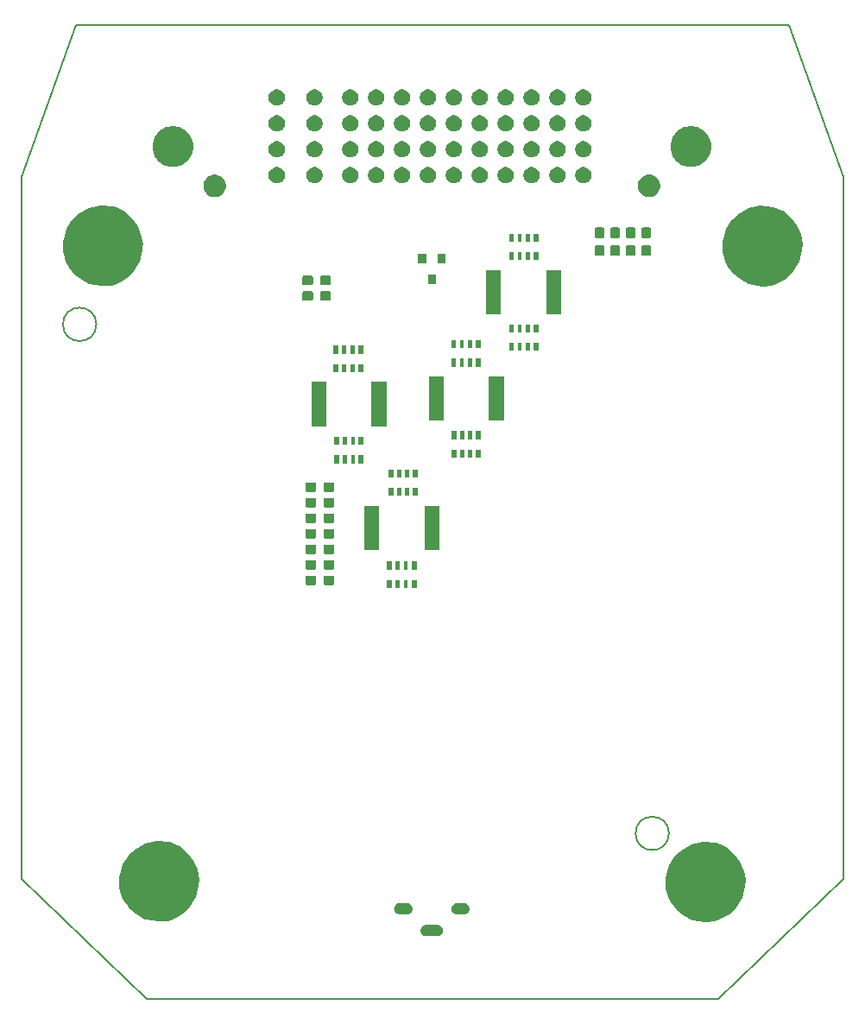
<source format=gbr>
G04 #@! TF.GenerationSoftware,KiCad,Pcbnew,(5.1.0-rc2-21-g16b3c80a7)*
G04 #@! TF.CreationDate,2019-06-05T23:58:20+02:00*
G04 #@! TF.ProjectId,microRusEfi,6d696372-6f52-4757-9345-66692e6b6963,R0.1*
G04 #@! TF.SameCoordinates,Original*
G04 #@! TF.FileFunction,Soldermask,Bot*
G04 #@! TF.FilePolarity,Negative*
%FSLAX46Y46*%
G04 Gerber Fmt 4.6, Leading zero omitted, Abs format (unit mm)*
G04 Created by KiCad (PCBNEW (5.1.0-rc2-21-g16b3c80a7)) date 2019-06-05 23:58:20*
%MOMM*%
%LPD*%
G04 APERTURE LIST*
%ADD10C,0.200000*%
%ADD11C,0.100000*%
G04 APERTURE END LIST*
D10*
X20600000Y-35538500D02*
X25895900Y-20600000D01*
X32844596Y-116072400D02*
X20601600Y-104381342D01*
X101188000Y-35538500D02*
X95841300Y-20600000D01*
X101189600Y-104381342D02*
X88946604Y-116072400D01*
X25895900Y-20600000D02*
X95841300Y-20600000D01*
X101188000Y-35538500D02*
X101189600Y-104381342D01*
X20600000Y-35538500D02*
X20601600Y-104381342D01*
X84085800Y-99870300D02*
G75*
G03X84085800Y-99870300I-1638300J0D01*
G01*
X32844596Y-116072400D02*
X88946604Y-116072400D01*
X27926400Y-49959301D02*
G75*
G03X27926400Y-49959301I-1638300J0D01*
G01*
X89521400Y-104569300D02*
G75*
G03X89521400Y-104569300I-1790700J0D01*
G01*
X95020499Y-42301200D02*
G75*
G03X95020499Y-42301200I-1790700J0D01*
G01*
X30352101Y-42301200D02*
G75*
G03X30352101Y-42301200I-1790700J0D01*
G01*
X35851200Y-104569300D02*
G75*
G03X35851200Y-104569300I-1790700J0D01*
G01*
D11*
G36*
X61434455Y-108859402D02*
G01*
X61488329Y-108864708D01*
X61592014Y-108896161D01*
X61592016Y-108896162D01*
X61687569Y-108947236D01*
X61771327Y-109015973D01*
X61840063Y-109099730D01*
X61891139Y-109195286D01*
X61922592Y-109298971D01*
X61933212Y-109406800D01*
X61922592Y-109514629D01*
X61891139Y-109618314D01*
X61891138Y-109618316D01*
X61840064Y-109713869D01*
X61771327Y-109797627D01*
X61687569Y-109866364D01*
X61592016Y-109917438D01*
X61592014Y-109917439D01*
X61488329Y-109948892D01*
X61434455Y-109954198D01*
X61407519Y-109956851D01*
X60253481Y-109956851D01*
X60226545Y-109954198D01*
X60172671Y-109948892D01*
X60068986Y-109917439D01*
X60068984Y-109917438D01*
X59973431Y-109866364D01*
X59889673Y-109797627D01*
X59820936Y-109713869D01*
X59769862Y-109618316D01*
X59769861Y-109618314D01*
X59738408Y-109514629D01*
X59727788Y-109406800D01*
X59738408Y-109298971D01*
X59769861Y-109195286D01*
X59820937Y-109099730D01*
X59889673Y-109015973D01*
X59973431Y-108947236D01*
X60068984Y-108896162D01*
X60068986Y-108896161D01*
X60172671Y-108864708D01*
X60226545Y-108859402D01*
X60253481Y-108856749D01*
X61407519Y-108856749D01*
X61434455Y-108859402D01*
X61434455Y-108859402D01*
G37*
G36*
X87396956Y-100693949D02*
G01*
X87396962Y-100693949D01*
X88749321Y-100792902D01*
X88749324Y-100792903D01*
X88755439Y-100793350D01*
X88759634Y-100795203D01*
X88759638Y-100795205D01*
X89549500Y-101144214D01*
X89679609Y-101201704D01*
X90533439Y-101936350D01*
X91041439Y-102634850D01*
X91044014Y-102640430D01*
X91044015Y-102640431D01*
X91396335Y-103403790D01*
X91422439Y-103460350D01*
X91630500Y-104457500D01*
X91567000Y-105092500D01*
X91330609Y-106172000D01*
X90741500Y-107119904D01*
X90043000Y-107823000D01*
X90040290Y-107824459D01*
X90040288Y-107824461D01*
X89513361Y-108108190D01*
X89217500Y-108267500D01*
X88582500Y-108521500D01*
X88578829Y-108521745D01*
X88578827Y-108521745D01*
X87636724Y-108584552D01*
X87636722Y-108584552D01*
X87630000Y-108585000D01*
X86360000Y-108394500D01*
X86247272Y-108328019D01*
X85365212Y-107807829D01*
X85365210Y-107807828D01*
X85361609Y-107805704D01*
X85358323Y-107803118D01*
X85358319Y-107803115D01*
X84905138Y-107446438D01*
X84905135Y-107446435D01*
X84899500Y-107442000D01*
X84837602Y-107364627D01*
X84394751Y-106811064D01*
X84394750Y-106811062D01*
X84391500Y-106807000D01*
X84028109Y-106154704D01*
X83774109Y-105265704D01*
X83774109Y-104249704D01*
X83933045Y-103613960D01*
X84090121Y-102985655D01*
X84090122Y-102985653D01*
X84091609Y-102979704D01*
X84726609Y-102014504D01*
X84808855Y-101948707D01*
X85421306Y-101458746D01*
X85421309Y-101458744D01*
X85425109Y-101455704D01*
X85429327Y-101453293D01*
X85429334Y-101453289D01*
X86306280Y-100952178D01*
X86314109Y-100947704D01*
X86322886Y-100945639D01*
X86322888Y-100945638D01*
X87387633Y-100695110D01*
X87387634Y-100695110D01*
X87393609Y-100693704D01*
X87396956Y-100693949D01*
X87396956Y-100693949D01*
G37*
G36*
X33802956Y-100630449D02*
G01*
X33802962Y-100630449D01*
X35155321Y-100729402D01*
X35155324Y-100729403D01*
X35161439Y-100729850D01*
X35165634Y-100731703D01*
X35165638Y-100731705D01*
X35664603Y-100952178D01*
X36085609Y-101138204D01*
X36939439Y-101872850D01*
X37447439Y-102571350D01*
X37450014Y-102576930D01*
X37450015Y-102576931D01*
X37606603Y-102916204D01*
X37828439Y-103396850D01*
X38036500Y-104394000D01*
X38036161Y-104397388D01*
X38036161Y-104397393D01*
X38029811Y-104460893D01*
X37973000Y-105029000D01*
X37736609Y-106108500D01*
X37147500Y-107056404D01*
X36449000Y-107759500D01*
X36446290Y-107760959D01*
X36446288Y-107760961D01*
X35919361Y-108044690D01*
X35623500Y-108204000D01*
X34988500Y-108458000D01*
X34984829Y-108458245D01*
X34984827Y-108458245D01*
X34042724Y-108521052D01*
X34042722Y-108521052D01*
X34036000Y-108521500D01*
X32766000Y-108331000D01*
X32550653Y-108204000D01*
X31771212Y-107744329D01*
X31771210Y-107744328D01*
X31767609Y-107742204D01*
X31764323Y-107739618D01*
X31764319Y-107739615D01*
X31311138Y-107382938D01*
X31311135Y-107382935D01*
X31305500Y-107378500D01*
X31294402Y-107364627D01*
X30800751Y-106747564D01*
X30800750Y-106747562D01*
X30797500Y-106743500D01*
X30434109Y-106091204D01*
X30180109Y-105202204D01*
X30180109Y-104186204D01*
X30339045Y-103550460D01*
X30496121Y-102922155D01*
X30496122Y-102922153D01*
X30497609Y-102916204D01*
X31087457Y-102019635D01*
X31129233Y-101956135D01*
X31129235Y-101956133D01*
X31132609Y-101951004D01*
X31135480Y-101948707D01*
X31827306Y-101395246D01*
X31827309Y-101395244D01*
X31831109Y-101392204D01*
X31835327Y-101389793D01*
X31835334Y-101389789D01*
X32712280Y-100888678D01*
X32720109Y-100884204D01*
X32728886Y-100882139D01*
X32728888Y-100882138D01*
X33793633Y-100631610D01*
X33793634Y-100631610D01*
X33799609Y-100630204D01*
X33802956Y-100630449D01*
X33802956Y-100630449D01*
G37*
G36*
X58434455Y-106709402D02*
G01*
X58488329Y-106714708D01*
X58592014Y-106746161D01*
X58592016Y-106746162D01*
X58687569Y-106797236D01*
X58771327Y-106865973D01*
X58840063Y-106949730D01*
X58891139Y-107045286D01*
X58922592Y-107148971D01*
X58933212Y-107256800D01*
X58922592Y-107364629D01*
X58899121Y-107442000D01*
X58891138Y-107468316D01*
X58840064Y-107563869D01*
X58771327Y-107647627D01*
X58687569Y-107716364D01*
X58592016Y-107767438D01*
X58592014Y-107767439D01*
X58488329Y-107798892D01*
X58445451Y-107803115D01*
X58407519Y-107806851D01*
X57653481Y-107806851D01*
X57615549Y-107803115D01*
X57572671Y-107798892D01*
X57468986Y-107767439D01*
X57468984Y-107767438D01*
X57373431Y-107716364D01*
X57289673Y-107647627D01*
X57220936Y-107563869D01*
X57169862Y-107468316D01*
X57161879Y-107442000D01*
X57138408Y-107364629D01*
X57127788Y-107256800D01*
X57138408Y-107148971D01*
X57169861Y-107045286D01*
X57220937Y-106949730D01*
X57289673Y-106865973D01*
X57373431Y-106797236D01*
X57468984Y-106746162D01*
X57468986Y-106746161D01*
X57572671Y-106714708D01*
X57626545Y-106709402D01*
X57653481Y-106706749D01*
X58407519Y-106706749D01*
X58434455Y-106709402D01*
X58434455Y-106709402D01*
G37*
G36*
X64034455Y-106709402D02*
G01*
X64088329Y-106714708D01*
X64192014Y-106746161D01*
X64192016Y-106746162D01*
X64287569Y-106797236D01*
X64371327Y-106865973D01*
X64440063Y-106949730D01*
X64491139Y-107045286D01*
X64522592Y-107148971D01*
X64533212Y-107256800D01*
X64522592Y-107364629D01*
X64499121Y-107442000D01*
X64491138Y-107468316D01*
X64440064Y-107563869D01*
X64371327Y-107647627D01*
X64287569Y-107716364D01*
X64192016Y-107767438D01*
X64192014Y-107767439D01*
X64088329Y-107798892D01*
X64045451Y-107803115D01*
X64007519Y-107806851D01*
X63253481Y-107806851D01*
X63215549Y-107803115D01*
X63172671Y-107798892D01*
X63068986Y-107767439D01*
X63068984Y-107767438D01*
X62973431Y-107716364D01*
X62889673Y-107647627D01*
X62820936Y-107563869D01*
X62769862Y-107468316D01*
X62761879Y-107442000D01*
X62738408Y-107364629D01*
X62727788Y-107256800D01*
X62738408Y-107148971D01*
X62769861Y-107045286D01*
X62820937Y-106949730D01*
X62889673Y-106865973D01*
X62973431Y-106797236D01*
X63068984Y-106746162D01*
X63068986Y-106746161D01*
X63172671Y-106714708D01*
X63226545Y-106709402D01*
X63253481Y-106706749D01*
X64007519Y-106706749D01*
X64034455Y-106709402D01*
X64034455Y-106709402D01*
G37*
G36*
X59334151Y-75824451D02*
G01*
X58834049Y-75824451D01*
X58834049Y-75024349D01*
X59334151Y-75024349D01*
X59334151Y-75824451D01*
X59334151Y-75824451D01*
G37*
G36*
X58484151Y-75824451D02*
G01*
X58084049Y-75824451D01*
X58084049Y-75024349D01*
X58484151Y-75024349D01*
X58484151Y-75824451D01*
X58484151Y-75824451D01*
G37*
G36*
X56934151Y-75824451D02*
G01*
X56434049Y-75824451D01*
X56434049Y-75024349D01*
X56934151Y-75024349D01*
X56934151Y-75824451D01*
X56934151Y-75824451D01*
G37*
G36*
X57684151Y-75824451D02*
G01*
X57284049Y-75824451D01*
X57284049Y-75024349D01*
X57684151Y-75024349D01*
X57684151Y-75824451D01*
X57684151Y-75824451D01*
G37*
G36*
X51104051Y-74586705D02*
G01*
X51136777Y-74596632D01*
X51166927Y-74612748D01*
X51193360Y-74634440D01*
X51215052Y-74660873D01*
X51231168Y-74691023D01*
X51241095Y-74723749D01*
X51245051Y-74763915D01*
X51245051Y-75351685D01*
X51241095Y-75391851D01*
X51231168Y-75424577D01*
X51215052Y-75454727D01*
X51193360Y-75481160D01*
X51166927Y-75502852D01*
X51136777Y-75518968D01*
X51104051Y-75528895D01*
X51063885Y-75532851D01*
X50376115Y-75532851D01*
X50335949Y-75528895D01*
X50303223Y-75518968D01*
X50273073Y-75502852D01*
X50246640Y-75481160D01*
X50224948Y-75454727D01*
X50208832Y-75424577D01*
X50198905Y-75391851D01*
X50194949Y-75351685D01*
X50194949Y-74763915D01*
X50198905Y-74723749D01*
X50208832Y-74691023D01*
X50224948Y-74660873D01*
X50246640Y-74634440D01*
X50273073Y-74612748D01*
X50303223Y-74596632D01*
X50335949Y-74586705D01*
X50376115Y-74582749D01*
X51063885Y-74582749D01*
X51104051Y-74586705D01*
X51104051Y-74586705D01*
G37*
G36*
X49354051Y-74586705D02*
G01*
X49386777Y-74596632D01*
X49416927Y-74612748D01*
X49443360Y-74634440D01*
X49465052Y-74660873D01*
X49481168Y-74691023D01*
X49491095Y-74723749D01*
X49495051Y-74763915D01*
X49495051Y-75351685D01*
X49491095Y-75391851D01*
X49481168Y-75424577D01*
X49465052Y-75454727D01*
X49443360Y-75481160D01*
X49416927Y-75502852D01*
X49386777Y-75518968D01*
X49354051Y-75528895D01*
X49313885Y-75532851D01*
X48626115Y-75532851D01*
X48585949Y-75528895D01*
X48553223Y-75518968D01*
X48523073Y-75502852D01*
X48496640Y-75481160D01*
X48474948Y-75454727D01*
X48458832Y-75424577D01*
X48448905Y-75391851D01*
X48444949Y-75351685D01*
X48444949Y-74763915D01*
X48448905Y-74723749D01*
X48458832Y-74691023D01*
X48474948Y-74660873D01*
X48496640Y-74634440D01*
X48523073Y-74612748D01*
X48553223Y-74596632D01*
X48585949Y-74586705D01*
X48626115Y-74582749D01*
X49313885Y-74582749D01*
X49354051Y-74586705D01*
X49354051Y-74586705D01*
G37*
G36*
X59334151Y-74024451D02*
G01*
X58834049Y-74024451D01*
X58834049Y-73224349D01*
X59334151Y-73224349D01*
X59334151Y-74024451D01*
X59334151Y-74024451D01*
G37*
G36*
X56934151Y-74024451D02*
G01*
X56434049Y-74024451D01*
X56434049Y-73224349D01*
X56934151Y-73224349D01*
X56934151Y-74024451D01*
X56934151Y-74024451D01*
G37*
G36*
X57684151Y-74024451D02*
G01*
X57284049Y-74024451D01*
X57284049Y-73224349D01*
X57684151Y-73224349D01*
X57684151Y-74024451D01*
X57684151Y-74024451D01*
G37*
G36*
X58484151Y-74024451D02*
G01*
X58084049Y-74024451D01*
X58084049Y-73224349D01*
X58484151Y-73224349D01*
X58484151Y-74024451D01*
X58484151Y-74024451D01*
G37*
G36*
X49354051Y-73062705D02*
G01*
X49386777Y-73072632D01*
X49416927Y-73088748D01*
X49443360Y-73110440D01*
X49465052Y-73136873D01*
X49481168Y-73167023D01*
X49491095Y-73199749D01*
X49495051Y-73239915D01*
X49495051Y-73827685D01*
X49491095Y-73867851D01*
X49481168Y-73900577D01*
X49465052Y-73930727D01*
X49443360Y-73957160D01*
X49416927Y-73978852D01*
X49386777Y-73994968D01*
X49354051Y-74004895D01*
X49313885Y-74008851D01*
X48626115Y-74008851D01*
X48585949Y-74004895D01*
X48553223Y-73994968D01*
X48523073Y-73978852D01*
X48496640Y-73957160D01*
X48474948Y-73930727D01*
X48458832Y-73900577D01*
X48448905Y-73867851D01*
X48444949Y-73827685D01*
X48444949Y-73239915D01*
X48448905Y-73199749D01*
X48458832Y-73167023D01*
X48474948Y-73136873D01*
X48496640Y-73110440D01*
X48523073Y-73088748D01*
X48553223Y-73072632D01*
X48585949Y-73062705D01*
X48626115Y-73058749D01*
X49313885Y-73058749D01*
X49354051Y-73062705D01*
X49354051Y-73062705D01*
G37*
G36*
X51104051Y-73062705D02*
G01*
X51136777Y-73072632D01*
X51166927Y-73088748D01*
X51193360Y-73110440D01*
X51215052Y-73136873D01*
X51231168Y-73167023D01*
X51241095Y-73199749D01*
X51245051Y-73239915D01*
X51245051Y-73827685D01*
X51241095Y-73867851D01*
X51231168Y-73900577D01*
X51215052Y-73930727D01*
X51193360Y-73957160D01*
X51166927Y-73978852D01*
X51136777Y-73994968D01*
X51104051Y-74004895D01*
X51063885Y-74008851D01*
X50376115Y-74008851D01*
X50335949Y-74004895D01*
X50303223Y-73994968D01*
X50273073Y-73978852D01*
X50246640Y-73957160D01*
X50224948Y-73930727D01*
X50208832Y-73900577D01*
X50198905Y-73867851D01*
X50194949Y-73827685D01*
X50194949Y-73239915D01*
X50198905Y-73199749D01*
X50208832Y-73167023D01*
X50224948Y-73136873D01*
X50246640Y-73110440D01*
X50273073Y-73088748D01*
X50303223Y-73072632D01*
X50335949Y-73062705D01*
X50376115Y-73058749D01*
X51063885Y-73058749D01*
X51104051Y-73062705D01*
X51104051Y-73062705D01*
G37*
G36*
X51104051Y-71538705D02*
G01*
X51136777Y-71548632D01*
X51166927Y-71564748D01*
X51193360Y-71586440D01*
X51215052Y-71612873D01*
X51231168Y-71643023D01*
X51241095Y-71675749D01*
X51245051Y-71715915D01*
X51245051Y-72303685D01*
X51241095Y-72343851D01*
X51231168Y-72376577D01*
X51215052Y-72406727D01*
X51193360Y-72433160D01*
X51166927Y-72454852D01*
X51136777Y-72470968D01*
X51104051Y-72480895D01*
X51063885Y-72484851D01*
X50376115Y-72484851D01*
X50335949Y-72480895D01*
X50303223Y-72470968D01*
X50273073Y-72454852D01*
X50246640Y-72433160D01*
X50224948Y-72406727D01*
X50208832Y-72376577D01*
X50198905Y-72343851D01*
X50194949Y-72303685D01*
X50194949Y-71715915D01*
X50198905Y-71675749D01*
X50208832Y-71643023D01*
X50224948Y-71612873D01*
X50246640Y-71586440D01*
X50273073Y-71564748D01*
X50303223Y-71548632D01*
X50335949Y-71538705D01*
X50376115Y-71534749D01*
X51063885Y-71534749D01*
X51104051Y-71538705D01*
X51104051Y-71538705D01*
G37*
G36*
X49354051Y-71538705D02*
G01*
X49386777Y-71548632D01*
X49416927Y-71564748D01*
X49443360Y-71586440D01*
X49465052Y-71612873D01*
X49481168Y-71643023D01*
X49491095Y-71675749D01*
X49495051Y-71715915D01*
X49495051Y-72303685D01*
X49491095Y-72343851D01*
X49481168Y-72376577D01*
X49465052Y-72406727D01*
X49443360Y-72433160D01*
X49416927Y-72454852D01*
X49386777Y-72470968D01*
X49354051Y-72480895D01*
X49313885Y-72484851D01*
X48626115Y-72484851D01*
X48585949Y-72480895D01*
X48553223Y-72470968D01*
X48523073Y-72454852D01*
X48496640Y-72433160D01*
X48474948Y-72406727D01*
X48458832Y-72376577D01*
X48448905Y-72343851D01*
X48444949Y-72303685D01*
X48444949Y-71715915D01*
X48448905Y-71675749D01*
X48458832Y-71643023D01*
X48474948Y-71612873D01*
X48496640Y-71586440D01*
X48523073Y-71564748D01*
X48553223Y-71548632D01*
X48585949Y-71538705D01*
X48626115Y-71534749D01*
X49313885Y-71534749D01*
X49354051Y-71538705D01*
X49354051Y-71538705D01*
G37*
G36*
X61546451Y-72089351D02*
G01*
X60096349Y-72089351D01*
X60096349Y-67739249D01*
X61546451Y-67739249D01*
X61546451Y-72089351D01*
X61546451Y-72089351D01*
G37*
G36*
X55646451Y-72089351D02*
G01*
X54196349Y-72089351D01*
X54196349Y-67739249D01*
X55646451Y-67739249D01*
X55646451Y-72089351D01*
X55646451Y-72089351D01*
G37*
G36*
X51104051Y-70014705D02*
G01*
X51136777Y-70024632D01*
X51166927Y-70040748D01*
X51193360Y-70062440D01*
X51215052Y-70088873D01*
X51231168Y-70119023D01*
X51241095Y-70151749D01*
X51245051Y-70191915D01*
X51245051Y-70779685D01*
X51241095Y-70819851D01*
X51231168Y-70852577D01*
X51215052Y-70882727D01*
X51193360Y-70909160D01*
X51166927Y-70930852D01*
X51136777Y-70946968D01*
X51104051Y-70956895D01*
X51063885Y-70960851D01*
X50376115Y-70960851D01*
X50335949Y-70956895D01*
X50303223Y-70946968D01*
X50273073Y-70930852D01*
X50246640Y-70909160D01*
X50224948Y-70882727D01*
X50208832Y-70852577D01*
X50198905Y-70819851D01*
X50194949Y-70779685D01*
X50194949Y-70191915D01*
X50198905Y-70151749D01*
X50208832Y-70119023D01*
X50224948Y-70088873D01*
X50246640Y-70062440D01*
X50273073Y-70040748D01*
X50303223Y-70024632D01*
X50335949Y-70014705D01*
X50376115Y-70010749D01*
X51063885Y-70010749D01*
X51104051Y-70014705D01*
X51104051Y-70014705D01*
G37*
G36*
X49354051Y-70014705D02*
G01*
X49386777Y-70024632D01*
X49416927Y-70040748D01*
X49443360Y-70062440D01*
X49465052Y-70088873D01*
X49481168Y-70119023D01*
X49491095Y-70151749D01*
X49495051Y-70191915D01*
X49495051Y-70779685D01*
X49491095Y-70819851D01*
X49481168Y-70852577D01*
X49465052Y-70882727D01*
X49443360Y-70909160D01*
X49416927Y-70930852D01*
X49386777Y-70946968D01*
X49354051Y-70956895D01*
X49313885Y-70960851D01*
X48626115Y-70960851D01*
X48585949Y-70956895D01*
X48553223Y-70946968D01*
X48523073Y-70930852D01*
X48496640Y-70909160D01*
X48474948Y-70882727D01*
X48458832Y-70852577D01*
X48448905Y-70819851D01*
X48444949Y-70779685D01*
X48444949Y-70191915D01*
X48448905Y-70151749D01*
X48458832Y-70119023D01*
X48474948Y-70088873D01*
X48496640Y-70062440D01*
X48523073Y-70040748D01*
X48553223Y-70024632D01*
X48585949Y-70014705D01*
X48626115Y-70010749D01*
X49313885Y-70010749D01*
X49354051Y-70014705D01*
X49354051Y-70014705D01*
G37*
G36*
X49354051Y-68490705D02*
G01*
X49386777Y-68500632D01*
X49416927Y-68516748D01*
X49443360Y-68538440D01*
X49465052Y-68564873D01*
X49481168Y-68595023D01*
X49491095Y-68627749D01*
X49495051Y-68667915D01*
X49495051Y-69255685D01*
X49491095Y-69295851D01*
X49481168Y-69328577D01*
X49465052Y-69358727D01*
X49443360Y-69385160D01*
X49416927Y-69406852D01*
X49386777Y-69422968D01*
X49354051Y-69432895D01*
X49313885Y-69436851D01*
X48626115Y-69436851D01*
X48585949Y-69432895D01*
X48553223Y-69422968D01*
X48523073Y-69406852D01*
X48496640Y-69385160D01*
X48474948Y-69358727D01*
X48458832Y-69328577D01*
X48448905Y-69295851D01*
X48444949Y-69255685D01*
X48444949Y-68667915D01*
X48448905Y-68627749D01*
X48458832Y-68595023D01*
X48474948Y-68564873D01*
X48496640Y-68538440D01*
X48523073Y-68516748D01*
X48553223Y-68500632D01*
X48585949Y-68490705D01*
X48626115Y-68486749D01*
X49313885Y-68486749D01*
X49354051Y-68490705D01*
X49354051Y-68490705D01*
G37*
G36*
X51104051Y-68490705D02*
G01*
X51136777Y-68500632D01*
X51166927Y-68516748D01*
X51193360Y-68538440D01*
X51215052Y-68564873D01*
X51231168Y-68595023D01*
X51241095Y-68627749D01*
X51245051Y-68667915D01*
X51245051Y-69255685D01*
X51241095Y-69295851D01*
X51231168Y-69328577D01*
X51215052Y-69358727D01*
X51193360Y-69385160D01*
X51166927Y-69406852D01*
X51136777Y-69422968D01*
X51104051Y-69432895D01*
X51063885Y-69436851D01*
X50376115Y-69436851D01*
X50335949Y-69432895D01*
X50303223Y-69422968D01*
X50273073Y-69406852D01*
X50246640Y-69385160D01*
X50224948Y-69358727D01*
X50208832Y-69328577D01*
X50198905Y-69295851D01*
X50194949Y-69255685D01*
X50194949Y-68667915D01*
X50198905Y-68627749D01*
X50208832Y-68595023D01*
X50224948Y-68564873D01*
X50246640Y-68538440D01*
X50273073Y-68516748D01*
X50303223Y-68500632D01*
X50335949Y-68490705D01*
X50376115Y-68486749D01*
X51063885Y-68486749D01*
X51104051Y-68490705D01*
X51104051Y-68490705D01*
G37*
G36*
X49354051Y-66966705D02*
G01*
X49386777Y-66976632D01*
X49416927Y-66992748D01*
X49443360Y-67014440D01*
X49465052Y-67040873D01*
X49481168Y-67071023D01*
X49491095Y-67103749D01*
X49495051Y-67143915D01*
X49495051Y-67731685D01*
X49491095Y-67771851D01*
X49481168Y-67804577D01*
X49465052Y-67834727D01*
X49443360Y-67861160D01*
X49416927Y-67882852D01*
X49386777Y-67898968D01*
X49354051Y-67908895D01*
X49313885Y-67912851D01*
X48626115Y-67912851D01*
X48585949Y-67908895D01*
X48553223Y-67898968D01*
X48523073Y-67882852D01*
X48496640Y-67861160D01*
X48474948Y-67834727D01*
X48458832Y-67804577D01*
X48448905Y-67771851D01*
X48444949Y-67731685D01*
X48444949Y-67143915D01*
X48448905Y-67103749D01*
X48458832Y-67071023D01*
X48474948Y-67040873D01*
X48496640Y-67014440D01*
X48523073Y-66992748D01*
X48553223Y-66976632D01*
X48585949Y-66966705D01*
X48626115Y-66962749D01*
X49313885Y-66962749D01*
X49354051Y-66966705D01*
X49354051Y-66966705D01*
G37*
G36*
X51104051Y-66966705D02*
G01*
X51136777Y-66976632D01*
X51166927Y-66992748D01*
X51193360Y-67014440D01*
X51215052Y-67040873D01*
X51231168Y-67071023D01*
X51241095Y-67103749D01*
X51245051Y-67143915D01*
X51245051Y-67731685D01*
X51241095Y-67771851D01*
X51231168Y-67804577D01*
X51215052Y-67834727D01*
X51193360Y-67861160D01*
X51166927Y-67882852D01*
X51136777Y-67898968D01*
X51104051Y-67908895D01*
X51063885Y-67912851D01*
X50376115Y-67912851D01*
X50335949Y-67908895D01*
X50303223Y-67898968D01*
X50273073Y-67882852D01*
X50246640Y-67861160D01*
X50224948Y-67834727D01*
X50208832Y-67804577D01*
X50198905Y-67771851D01*
X50194949Y-67731685D01*
X50194949Y-67143915D01*
X50198905Y-67103749D01*
X50208832Y-67071023D01*
X50224948Y-67040873D01*
X50246640Y-67014440D01*
X50273073Y-66992748D01*
X50303223Y-66976632D01*
X50335949Y-66966705D01*
X50376115Y-66962749D01*
X51063885Y-66962749D01*
X51104051Y-66966705D01*
X51104051Y-66966705D01*
G37*
G36*
X57811151Y-66782051D02*
G01*
X57411049Y-66782051D01*
X57411049Y-65981949D01*
X57811151Y-65981949D01*
X57811151Y-66782051D01*
X57811151Y-66782051D01*
G37*
G36*
X58611151Y-66782051D02*
G01*
X58211049Y-66782051D01*
X58211049Y-65981949D01*
X58611151Y-65981949D01*
X58611151Y-66782051D01*
X58611151Y-66782051D01*
G37*
G36*
X57061151Y-66782051D02*
G01*
X56561049Y-66782051D01*
X56561049Y-65981949D01*
X57061151Y-65981949D01*
X57061151Y-66782051D01*
X57061151Y-66782051D01*
G37*
G36*
X59461151Y-66782051D02*
G01*
X58961049Y-66782051D01*
X58961049Y-65981949D01*
X59461151Y-65981949D01*
X59461151Y-66782051D01*
X59461151Y-66782051D01*
G37*
G36*
X51104051Y-65442705D02*
G01*
X51136777Y-65452632D01*
X51166927Y-65468748D01*
X51193360Y-65490440D01*
X51215052Y-65516873D01*
X51231168Y-65547023D01*
X51241095Y-65579749D01*
X51245051Y-65619915D01*
X51245051Y-66207685D01*
X51241095Y-66247851D01*
X51231168Y-66280577D01*
X51215052Y-66310727D01*
X51193360Y-66337160D01*
X51166927Y-66358852D01*
X51136777Y-66374968D01*
X51104051Y-66384895D01*
X51063885Y-66388851D01*
X50376115Y-66388851D01*
X50335949Y-66384895D01*
X50303223Y-66374968D01*
X50273073Y-66358852D01*
X50246640Y-66337160D01*
X50224948Y-66310727D01*
X50208832Y-66280577D01*
X50198905Y-66247851D01*
X50194949Y-66207685D01*
X50194949Y-65619915D01*
X50198905Y-65579749D01*
X50208832Y-65547023D01*
X50224948Y-65516873D01*
X50246640Y-65490440D01*
X50273073Y-65468748D01*
X50303223Y-65452632D01*
X50335949Y-65442705D01*
X50376115Y-65438749D01*
X51063885Y-65438749D01*
X51104051Y-65442705D01*
X51104051Y-65442705D01*
G37*
G36*
X49354051Y-65442705D02*
G01*
X49386777Y-65452632D01*
X49416927Y-65468748D01*
X49443360Y-65490440D01*
X49465052Y-65516873D01*
X49481168Y-65547023D01*
X49491095Y-65579749D01*
X49495051Y-65619915D01*
X49495051Y-66207685D01*
X49491095Y-66247851D01*
X49481168Y-66280577D01*
X49465052Y-66310727D01*
X49443360Y-66337160D01*
X49416927Y-66358852D01*
X49386777Y-66374968D01*
X49354051Y-66384895D01*
X49313885Y-66388851D01*
X48626115Y-66388851D01*
X48585949Y-66384895D01*
X48553223Y-66374968D01*
X48523073Y-66358852D01*
X48496640Y-66337160D01*
X48474948Y-66310727D01*
X48458832Y-66280577D01*
X48448905Y-66247851D01*
X48444949Y-66207685D01*
X48444949Y-65619915D01*
X48448905Y-65579749D01*
X48458832Y-65547023D01*
X48474948Y-65516873D01*
X48496640Y-65490440D01*
X48523073Y-65468748D01*
X48553223Y-65452632D01*
X48585949Y-65442705D01*
X48626115Y-65438749D01*
X49313885Y-65438749D01*
X49354051Y-65442705D01*
X49354051Y-65442705D01*
G37*
G36*
X59461151Y-64982051D02*
G01*
X58961049Y-64982051D01*
X58961049Y-64181949D01*
X59461151Y-64181949D01*
X59461151Y-64982051D01*
X59461151Y-64982051D01*
G37*
G36*
X57811151Y-64982051D02*
G01*
X57411049Y-64982051D01*
X57411049Y-64181949D01*
X57811151Y-64181949D01*
X57811151Y-64982051D01*
X57811151Y-64982051D01*
G37*
G36*
X58611151Y-64982051D02*
G01*
X58211049Y-64982051D01*
X58211049Y-64181949D01*
X58611151Y-64181949D01*
X58611151Y-64982051D01*
X58611151Y-64982051D01*
G37*
G36*
X57061151Y-64982051D02*
G01*
X56561049Y-64982051D01*
X56561049Y-64181949D01*
X57061151Y-64181949D01*
X57061151Y-64982051D01*
X57061151Y-64982051D01*
G37*
G36*
X53302551Y-63594351D02*
G01*
X52902449Y-63594351D01*
X52902449Y-62794249D01*
X53302551Y-62794249D01*
X53302551Y-63594351D01*
X53302551Y-63594351D01*
G37*
G36*
X54152551Y-63594351D02*
G01*
X53652449Y-63594351D01*
X53652449Y-62794249D01*
X54152551Y-62794249D01*
X54152551Y-63594351D01*
X54152551Y-63594351D01*
G37*
G36*
X51752551Y-63594351D02*
G01*
X51252449Y-63594351D01*
X51252449Y-62794249D01*
X51752551Y-62794249D01*
X51752551Y-63594351D01*
X51752551Y-63594351D01*
G37*
G36*
X52502551Y-63594351D02*
G01*
X52102449Y-63594351D01*
X52102449Y-62794249D01*
X52502551Y-62794249D01*
X52502551Y-63594351D01*
X52502551Y-63594351D01*
G37*
G36*
X65646051Y-63035551D02*
G01*
X65145949Y-63035551D01*
X65145949Y-62235449D01*
X65646051Y-62235449D01*
X65646051Y-63035551D01*
X65646051Y-63035551D01*
G37*
G36*
X64796051Y-63035551D02*
G01*
X64395949Y-63035551D01*
X64395949Y-62235449D01*
X64796051Y-62235449D01*
X64796051Y-63035551D01*
X64796051Y-63035551D01*
G37*
G36*
X63996051Y-63035551D02*
G01*
X63595949Y-63035551D01*
X63595949Y-62235449D01*
X63996051Y-62235449D01*
X63996051Y-63035551D01*
X63996051Y-63035551D01*
G37*
G36*
X63246051Y-63035551D02*
G01*
X62745949Y-63035551D01*
X62745949Y-62235449D01*
X63246051Y-62235449D01*
X63246051Y-63035551D01*
X63246051Y-63035551D01*
G37*
G36*
X52502551Y-61794351D02*
G01*
X52102449Y-61794351D01*
X52102449Y-60994249D01*
X52502551Y-60994249D01*
X52502551Y-61794351D01*
X52502551Y-61794351D01*
G37*
G36*
X54152551Y-61794351D02*
G01*
X53652449Y-61794351D01*
X53652449Y-60994249D01*
X54152551Y-60994249D01*
X54152551Y-61794351D01*
X54152551Y-61794351D01*
G37*
G36*
X53302551Y-61794351D02*
G01*
X52902449Y-61794351D01*
X52902449Y-60994249D01*
X53302551Y-60994249D01*
X53302551Y-61794351D01*
X53302551Y-61794351D01*
G37*
G36*
X51752551Y-61794351D02*
G01*
X51252449Y-61794351D01*
X51252449Y-60994249D01*
X51752551Y-60994249D01*
X51752551Y-61794351D01*
X51752551Y-61794351D01*
G37*
G36*
X65646051Y-61235551D02*
G01*
X65145949Y-61235551D01*
X65145949Y-60435449D01*
X65646051Y-60435449D01*
X65646051Y-61235551D01*
X65646051Y-61235551D01*
G37*
G36*
X63996051Y-61235551D02*
G01*
X63595949Y-61235551D01*
X63595949Y-60435449D01*
X63996051Y-60435449D01*
X63996051Y-61235551D01*
X63996051Y-61235551D01*
G37*
G36*
X64796051Y-61235551D02*
G01*
X64395949Y-61235551D01*
X64395949Y-60435449D01*
X64796051Y-60435449D01*
X64796051Y-61235551D01*
X64796051Y-61235551D01*
G37*
G36*
X63246051Y-61235551D02*
G01*
X62745949Y-61235551D01*
X62745949Y-60435449D01*
X63246051Y-60435449D01*
X63246051Y-61235551D01*
X63246051Y-61235551D01*
G37*
G36*
X50477551Y-59960851D02*
G01*
X49027449Y-59960851D01*
X49027449Y-55610749D01*
X50477551Y-55610749D01*
X50477551Y-59960851D01*
X50477551Y-59960851D01*
G37*
G36*
X56377551Y-59960851D02*
G01*
X54927449Y-59960851D01*
X54927449Y-55610749D01*
X56377551Y-55610749D01*
X56377551Y-59960851D01*
X56377551Y-59960851D01*
G37*
G36*
X67883751Y-59402051D02*
G01*
X66433649Y-59402051D01*
X66433649Y-55051949D01*
X67883751Y-55051949D01*
X67883751Y-59402051D01*
X67883751Y-59402051D01*
G37*
G36*
X61983751Y-59402051D02*
G01*
X60533649Y-59402051D01*
X60533649Y-55051949D01*
X61983751Y-55051949D01*
X61983751Y-59402051D01*
X61983751Y-59402051D01*
G37*
G36*
X51689051Y-54640851D02*
G01*
X51188949Y-54640851D01*
X51188949Y-53840749D01*
X51689051Y-53840749D01*
X51689051Y-54640851D01*
X51689051Y-54640851D01*
G37*
G36*
X53239051Y-54640851D02*
G01*
X52838949Y-54640851D01*
X52838949Y-53840749D01*
X53239051Y-53840749D01*
X53239051Y-54640851D01*
X53239051Y-54640851D01*
G37*
G36*
X52439051Y-54640851D02*
G01*
X52038949Y-54640851D01*
X52038949Y-53840749D01*
X52439051Y-53840749D01*
X52439051Y-54640851D01*
X52439051Y-54640851D01*
G37*
G36*
X54089051Y-54640851D02*
G01*
X53588949Y-54640851D01*
X53588949Y-53840749D01*
X54089051Y-53840749D01*
X54089051Y-54640851D01*
X54089051Y-54640851D01*
G37*
G36*
X64770651Y-54094751D02*
G01*
X64370549Y-54094751D01*
X64370549Y-53294649D01*
X64770651Y-53294649D01*
X64770651Y-54094751D01*
X64770651Y-54094751D01*
G37*
G36*
X63220651Y-54094751D02*
G01*
X62720549Y-54094751D01*
X62720549Y-53294649D01*
X63220651Y-53294649D01*
X63220651Y-54094751D01*
X63220651Y-54094751D01*
G37*
G36*
X63970651Y-54094751D02*
G01*
X63570549Y-54094751D01*
X63570549Y-53294649D01*
X63970651Y-53294649D01*
X63970651Y-54094751D01*
X63970651Y-54094751D01*
G37*
G36*
X65620651Y-54094751D02*
G01*
X65120549Y-54094751D01*
X65120549Y-53294649D01*
X65620651Y-53294649D01*
X65620651Y-54094751D01*
X65620651Y-54094751D01*
G37*
G36*
X54089051Y-52840851D02*
G01*
X53588949Y-52840851D01*
X53588949Y-52040749D01*
X54089051Y-52040749D01*
X54089051Y-52840851D01*
X54089051Y-52840851D01*
G37*
G36*
X53239051Y-52840851D02*
G01*
X52838949Y-52840851D01*
X52838949Y-52040749D01*
X53239051Y-52040749D01*
X53239051Y-52840851D01*
X53239051Y-52840851D01*
G37*
G36*
X52439051Y-52840851D02*
G01*
X52038949Y-52840851D01*
X52038949Y-52040749D01*
X52439051Y-52040749D01*
X52439051Y-52840851D01*
X52439051Y-52840851D01*
G37*
G36*
X51689051Y-52840851D02*
G01*
X51188949Y-52840851D01*
X51188949Y-52040749D01*
X51689051Y-52040749D01*
X51689051Y-52840851D01*
X51689051Y-52840851D01*
G37*
G36*
X68897551Y-52558051D02*
G01*
X68397449Y-52558051D01*
X68397449Y-51757949D01*
X68897551Y-51757949D01*
X68897551Y-52558051D01*
X68897551Y-52558051D01*
G37*
G36*
X69647551Y-52558051D02*
G01*
X69247449Y-52558051D01*
X69247449Y-51757949D01*
X69647551Y-51757949D01*
X69647551Y-52558051D01*
X69647551Y-52558051D01*
G37*
G36*
X70447551Y-52558051D02*
G01*
X70047449Y-52558051D01*
X70047449Y-51757949D01*
X70447551Y-51757949D01*
X70447551Y-52558051D01*
X70447551Y-52558051D01*
G37*
G36*
X71297551Y-52558051D02*
G01*
X70797449Y-52558051D01*
X70797449Y-51757949D01*
X71297551Y-51757949D01*
X71297551Y-52558051D01*
X71297551Y-52558051D01*
G37*
G36*
X63220651Y-52294751D02*
G01*
X62720549Y-52294751D01*
X62720549Y-51494649D01*
X63220651Y-51494649D01*
X63220651Y-52294751D01*
X63220651Y-52294751D01*
G37*
G36*
X64770651Y-52294751D02*
G01*
X64370549Y-52294751D01*
X64370549Y-51494649D01*
X64770651Y-51494649D01*
X64770651Y-52294751D01*
X64770651Y-52294751D01*
G37*
G36*
X63970651Y-52294751D02*
G01*
X63570549Y-52294751D01*
X63570549Y-51494649D01*
X63970651Y-51494649D01*
X63970651Y-52294751D01*
X63970651Y-52294751D01*
G37*
G36*
X65620651Y-52294751D02*
G01*
X65120549Y-52294751D01*
X65120549Y-51494649D01*
X65620651Y-51494649D01*
X65620651Y-52294751D01*
X65620651Y-52294751D01*
G37*
G36*
X71297551Y-50758051D02*
G01*
X70797449Y-50758051D01*
X70797449Y-49957949D01*
X71297551Y-49957949D01*
X71297551Y-50758051D01*
X71297551Y-50758051D01*
G37*
G36*
X70447551Y-50758051D02*
G01*
X70047449Y-50758051D01*
X70047449Y-49957949D01*
X70447551Y-49957949D01*
X70447551Y-50758051D01*
X70447551Y-50758051D01*
G37*
G36*
X69647551Y-50758051D02*
G01*
X69247449Y-50758051D01*
X69247449Y-49957949D01*
X69647551Y-49957949D01*
X69647551Y-50758051D01*
X69647551Y-50758051D01*
G37*
G36*
X68897551Y-50758051D02*
G01*
X68397449Y-50758051D01*
X68397449Y-49957949D01*
X68897551Y-49957949D01*
X68897551Y-50758051D01*
X68897551Y-50758051D01*
G37*
G36*
X67622551Y-49000651D02*
G01*
X66172449Y-49000651D01*
X66172449Y-44650549D01*
X67622551Y-44650549D01*
X67622551Y-49000651D01*
X67622551Y-49000651D01*
G37*
G36*
X73522551Y-49000651D02*
G01*
X72072449Y-49000651D01*
X72072449Y-44650549D01*
X73522551Y-44650549D01*
X73522551Y-49000651D01*
X73522551Y-49000651D01*
G37*
G36*
X49036551Y-46710205D02*
G01*
X49069277Y-46720132D01*
X49099427Y-46736248D01*
X49125860Y-46757940D01*
X49147552Y-46784373D01*
X49163668Y-46814523D01*
X49173595Y-46847249D01*
X49177551Y-46887415D01*
X49177551Y-47475185D01*
X49173595Y-47515351D01*
X49163668Y-47548077D01*
X49147552Y-47578227D01*
X49125860Y-47604660D01*
X49099427Y-47626352D01*
X49069277Y-47642468D01*
X49036551Y-47652395D01*
X48996385Y-47656351D01*
X48308615Y-47656351D01*
X48268449Y-47652395D01*
X48235723Y-47642468D01*
X48205573Y-47626352D01*
X48179140Y-47604660D01*
X48157448Y-47578227D01*
X48141332Y-47548077D01*
X48131405Y-47515351D01*
X48127449Y-47475185D01*
X48127449Y-46887415D01*
X48131405Y-46847249D01*
X48141332Y-46814523D01*
X48157448Y-46784373D01*
X48179140Y-46757940D01*
X48205573Y-46736248D01*
X48235723Y-46720132D01*
X48268449Y-46710205D01*
X48308615Y-46706249D01*
X48996385Y-46706249D01*
X49036551Y-46710205D01*
X49036551Y-46710205D01*
G37*
G36*
X50786551Y-46710205D02*
G01*
X50819277Y-46720132D01*
X50849427Y-46736248D01*
X50875860Y-46757940D01*
X50897552Y-46784373D01*
X50913668Y-46814523D01*
X50923595Y-46847249D01*
X50927551Y-46887415D01*
X50927551Y-47475185D01*
X50923595Y-47515351D01*
X50913668Y-47548077D01*
X50897552Y-47578227D01*
X50875860Y-47604660D01*
X50849427Y-47626352D01*
X50819277Y-47642468D01*
X50786551Y-47652395D01*
X50746385Y-47656351D01*
X50058615Y-47656351D01*
X50018449Y-47652395D01*
X49985723Y-47642468D01*
X49955573Y-47626352D01*
X49929140Y-47604660D01*
X49907448Y-47578227D01*
X49891332Y-47548077D01*
X49881405Y-47515351D01*
X49877449Y-47475185D01*
X49877449Y-46887415D01*
X49881405Y-46847249D01*
X49891332Y-46814523D01*
X49907448Y-46784373D01*
X49929140Y-46757940D01*
X49955573Y-46736248D01*
X49985723Y-46720132D01*
X50018449Y-46710205D01*
X50058615Y-46706249D01*
X50746385Y-46706249D01*
X50786551Y-46710205D01*
X50786551Y-46710205D01*
G37*
G36*
X92984956Y-38336949D02*
G01*
X92984962Y-38336949D01*
X94337321Y-38435902D01*
X94337324Y-38435903D01*
X94343439Y-38436350D01*
X94347634Y-38438203D01*
X94347638Y-38438205D01*
X95202810Y-38816072D01*
X95267609Y-38844704D01*
X96121439Y-39579350D01*
X96629439Y-40277850D01*
X96632014Y-40283430D01*
X96632015Y-40283431D01*
X96788603Y-40622704D01*
X97010439Y-41103350D01*
X97218500Y-42100500D01*
X97155000Y-42735500D01*
X96918609Y-43815000D01*
X96329500Y-44762904D01*
X95631000Y-45466000D01*
X95628290Y-45467459D01*
X95628288Y-45467461D01*
X95102362Y-45750651D01*
X94805500Y-45910500D01*
X94170500Y-46164500D01*
X94166829Y-46164745D01*
X94166827Y-46164745D01*
X93224724Y-46227552D01*
X93224722Y-46227552D01*
X93218000Y-46228000D01*
X91948000Y-46037500D01*
X91907310Y-46013503D01*
X90953212Y-45450829D01*
X90953210Y-45450828D01*
X90949609Y-45448704D01*
X90946323Y-45446118D01*
X90946319Y-45446115D01*
X90493138Y-45089438D01*
X90493135Y-45089435D01*
X90487500Y-45085000D01*
X90467574Y-45060092D01*
X89982751Y-44454064D01*
X89982750Y-44454062D01*
X89979500Y-44450000D01*
X89616109Y-43797704D01*
X89427930Y-43139077D01*
X89364501Y-42917077D01*
X89364501Y-42917075D01*
X89362109Y-42908704D01*
X89362109Y-41892704D01*
X89521045Y-41256960D01*
X89678121Y-40628655D01*
X89678122Y-40628653D01*
X89679609Y-40622704D01*
X90314609Y-39657504D01*
X90348615Y-39630299D01*
X91009306Y-39101746D01*
X91009309Y-39101744D01*
X91013109Y-39098704D01*
X91017327Y-39096293D01*
X91017334Y-39096289D01*
X91894280Y-38595178D01*
X91902109Y-38590704D01*
X91910886Y-38588639D01*
X91910888Y-38588638D01*
X92975633Y-38338110D01*
X92975634Y-38338110D01*
X92981609Y-38336704D01*
X92984956Y-38336949D01*
X92984956Y-38336949D01*
G37*
G36*
X28277227Y-38312041D02*
G01*
X28277233Y-38312041D01*
X29629592Y-38410994D01*
X29629595Y-38410995D01*
X29635710Y-38411442D01*
X29639905Y-38413295D01*
X29639909Y-38413297D01*
X30051534Y-38595178D01*
X30559880Y-38819796D01*
X31413710Y-39554442D01*
X31921710Y-40252942D01*
X31924285Y-40258522D01*
X31924286Y-40258523D01*
X32092370Y-40622704D01*
X32302710Y-41078442D01*
X32510771Y-42075592D01*
X32510432Y-42078980D01*
X32510432Y-42078985D01*
X32490793Y-42275373D01*
X32447271Y-42710592D01*
X32210880Y-43790092D01*
X31621771Y-44737996D01*
X30923271Y-45441092D01*
X30920561Y-45442551D01*
X30920559Y-45442553D01*
X30393632Y-45726282D01*
X30097771Y-45885592D01*
X29462771Y-46139592D01*
X29459100Y-46139837D01*
X29459098Y-46139837D01*
X28516995Y-46202644D01*
X28516993Y-46202644D01*
X28510271Y-46203092D01*
X27240271Y-46012592D01*
X27204254Y-45991351D01*
X26245483Y-45425921D01*
X26245481Y-45425920D01*
X26241880Y-45423796D01*
X26238594Y-45421210D01*
X26238590Y-45421207D01*
X25785409Y-45064530D01*
X25785406Y-45064527D01*
X25779771Y-45060092D01*
X25542021Y-44762904D01*
X25275022Y-44429156D01*
X25275021Y-44429154D01*
X25271771Y-44425092D01*
X24908380Y-43772796D01*
X24703628Y-43056165D01*
X24656772Y-42892169D01*
X24656772Y-42892167D01*
X24654380Y-42883796D01*
X24654380Y-41867796D01*
X24813316Y-41232052D01*
X24970392Y-40603747D01*
X24970393Y-40603745D01*
X24971880Y-40597796D01*
X25347887Y-40026265D01*
X25603504Y-39637727D01*
X25603506Y-39637725D01*
X25606880Y-39632596D01*
X25609751Y-39630299D01*
X26301577Y-39076838D01*
X26301580Y-39076836D01*
X26305380Y-39073796D01*
X26309598Y-39071385D01*
X26309605Y-39071381D01*
X27186551Y-38570270D01*
X27194380Y-38565796D01*
X27203157Y-38563731D01*
X27203159Y-38563730D01*
X28267904Y-38313202D01*
X28267905Y-38313202D01*
X28273880Y-38311796D01*
X28277227Y-38312041D01*
X28277227Y-38312041D01*
G37*
G36*
X50786551Y-45186205D02*
G01*
X50819277Y-45196132D01*
X50849427Y-45212248D01*
X50875860Y-45233940D01*
X50897552Y-45260373D01*
X50913668Y-45290523D01*
X50923595Y-45323249D01*
X50927551Y-45363415D01*
X50927551Y-45951185D01*
X50923595Y-45991351D01*
X50913668Y-46024077D01*
X50897552Y-46054227D01*
X50875860Y-46080660D01*
X50849427Y-46102352D01*
X50819277Y-46118468D01*
X50786551Y-46128395D01*
X50746385Y-46132351D01*
X50058615Y-46132351D01*
X50018449Y-46128395D01*
X49985723Y-46118468D01*
X49955573Y-46102352D01*
X49929140Y-46080660D01*
X49907448Y-46054227D01*
X49891332Y-46024077D01*
X49881405Y-45991351D01*
X49877449Y-45951185D01*
X49877449Y-45363415D01*
X49881405Y-45323249D01*
X49891332Y-45290523D01*
X49907448Y-45260373D01*
X49929140Y-45233940D01*
X49955573Y-45212248D01*
X49985723Y-45196132D01*
X50018449Y-45186205D01*
X50058615Y-45182249D01*
X50746385Y-45182249D01*
X50786551Y-45186205D01*
X50786551Y-45186205D01*
G37*
G36*
X49036551Y-45186205D02*
G01*
X49069277Y-45196132D01*
X49099427Y-45212248D01*
X49125860Y-45233940D01*
X49147552Y-45260373D01*
X49163668Y-45290523D01*
X49173595Y-45323249D01*
X49177551Y-45363415D01*
X49177551Y-45951185D01*
X49173595Y-45991351D01*
X49163668Y-46024077D01*
X49147552Y-46054227D01*
X49125860Y-46080660D01*
X49099427Y-46102352D01*
X49069277Y-46118468D01*
X49036551Y-46128395D01*
X48996385Y-46132351D01*
X48308615Y-46132351D01*
X48268449Y-46128395D01*
X48235723Y-46118468D01*
X48205573Y-46102352D01*
X48179140Y-46080660D01*
X48157448Y-46054227D01*
X48141332Y-46024077D01*
X48131405Y-45991351D01*
X48127449Y-45951185D01*
X48127449Y-45363415D01*
X48131405Y-45323249D01*
X48141332Y-45290523D01*
X48157448Y-45260373D01*
X48179140Y-45233940D01*
X48205573Y-45212248D01*
X48235723Y-45196132D01*
X48268449Y-45186205D01*
X48308615Y-45182249D01*
X48996385Y-45182249D01*
X49036551Y-45186205D01*
X49036551Y-45186205D01*
G37*
G36*
X61233051Y-45963551D02*
G01*
X60432949Y-45963551D01*
X60432949Y-45063449D01*
X61233051Y-45063449D01*
X61233051Y-45963551D01*
X61233051Y-45963551D01*
G37*
G36*
X60283051Y-43963551D02*
G01*
X59482949Y-43963551D01*
X59482949Y-43063449D01*
X60283051Y-43063449D01*
X60283051Y-43963551D01*
X60283051Y-43963551D01*
G37*
G36*
X62183051Y-43963551D02*
G01*
X61382949Y-43963551D01*
X61382949Y-43063449D01*
X62183051Y-43063449D01*
X62183051Y-43963551D01*
X62183051Y-43963551D01*
G37*
G36*
X69647551Y-43668051D02*
G01*
X69247449Y-43668051D01*
X69247449Y-42867949D01*
X69647551Y-42867949D01*
X69647551Y-43668051D01*
X69647551Y-43668051D01*
G37*
G36*
X68897551Y-43668051D02*
G01*
X68397449Y-43668051D01*
X68397449Y-42867949D01*
X68897551Y-42867949D01*
X68897551Y-43668051D01*
X68897551Y-43668051D01*
G37*
G36*
X70447551Y-43668051D02*
G01*
X70047449Y-43668051D01*
X70047449Y-42867949D01*
X70447551Y-42867949D01*
X70447551Y-43668051D01*
X70447551Y-43668051D01*
G37*
G36*
X71297551Y-43668051D02*
G01*
X70797449Y-43668051D01*
X70797449Y-42867949D01*
X71297551Y-42867949D01*
X71297551Y-43668051D01*
X71297551Y-43668051D01*
G37*
G36*
X77611051Y-42201205D02*
G01*
X77643777Y-42211132D01*
X77673927Y-42227248D01*
X77700360Y-42248940D01*
X77722052Y-42275373D01*
X77738168Y-42305523D01*
X77748095Y-42338249D01*
X77752051Y-42378415D01*
X77752051Y-43066185D01*
X77748095Y-43106351D01*
X77738168Y-43139077D01*
X77722052Y-43169227D01*
X77700360Y-43195660D01*
X77673927Y-43217352D01*
X77643777Y-43233468D01*
X77611051Y-43243395D01*
X77570885Y-43247351D01*
X76983115Y-43247351D01*
X76942949Y-43243395D01*
X76910223Y-43233468D01*
X76880073Y-43217352D01*
X76853640Y-43195660D01*
X76831948Y-43169227D01*
X76815832Y-43139077D01*
X76805905Y-43106351D01*
X76801949Y-43066185D01*
X76801949Y-42378415D01*
X76805905Y-42338249D01*
X76815832Y-42305523D01*
X76831948Y-42275373D01*
X76853640Y-42248940D01*
X76880073Y-42227248D01*
X76910223Y-42211132D01*
X76942949Y-42201205D01*
X76983115Y-42197249D01*
X77570885Y-42197249D01*
X77611051Y-42201205D01*
X77611051Y-42201205D01*
G37*
G36*
X80659051Y-42201205D02*
G01*
X80691777Y-42211132D01*
X80721927Y-42227248D01*
X80748360Y-42248940D01*
X80770052Y-42275373D01*
X80786168Y-42305523D01*
X80796095Y-42338249D01*
X80800051Y-42378415D01*
X80800051Y-43066185D01*
X80796095Y-43106351D01*
X80786168Y-43139077D01*
X80770052Y-43169227D01*
X80748360Y-43195660D01*
X80721927Y-43217352D01*
X80691777Y-43233468D01*
X80659051Y-43243395D01*
X80618885Y-43247351D01*
X80031115Y-43247351D01*
X79990949Y-43243395D01*
X79958223Y-43233468D01*
X79928073Y-43217352D01*
X79901640Y-43195660D01*
X79879948Y-43169227D01*
X79863832Y-43139077D01*
X79853905Y-43106351D01*
X79849949Y-43066185D01*
X79849949Y-42378415D01*
X79853905Y-42338249D01*
X79863832Y-42305523D01*
X79879948Y-42275373D01*
X79901640Y-42248940D01*
X79928073Y-42227248D01*
X79958223Y-42211132D01*
X79990949Y-42201205D01*
X80031115Y-42197249D01*
X80618885Y-42197249D01*
X80659051Y-42201205D01*
X80659051Y-42201205D01*
G37*
G36*
X79135051Y-42201205D02*
G01*
X79167777Y-42211132D01*
X79197927Y-42227248D01*
X79224360Y-42248940D01*
X79246052Y-42275373D01*
X79262168Y-42305523D01*
X79272095Y-42338249D01*
X79276051Y-42378415D01*
X79276051Y-43066185D01*
X79272095Y-43106351D01*
X79262168Y-43139077D01*
X79246052Y-43169227D01*
X79224360Y-43195660D01*
X79197927Y-43217352D01*
X79167777Y-43233468D01*
X79135051Y-43243395D01*
X79094885Y-43247351D01*
X78507115Y-43247351D01*
X78466949Y-43243395D01*
X78434223Y-43233468D01*
X78404073Y-43217352D01*
X78377640Y-43195660D01*
X78355948Y-43169227D01*
X78339832Y-43139077D01*
X78329905Y-43106351D01*
X78325949Y-43066185D01*
X78325949Y-42378415D01*
X78329905Y-42338249D01*
X78339832Y-42305523D01*
X78355948Y-42275373D01*
X78377640Y-42248940D01*
X78404073Y-42227248D01*
X78434223Y-42211132D01*
X78466949Y-42201205D01*
X78507115Y-42197249D01*
X79094885Y-42197249D01*
X79135051Y-42201205D01*
X79135051Y-42201205D01*
G37*
G36*
X82183051Y-42201205D02*
G01*
X82215777Y-42211132D01*
X82245927Y-42227248D01*
X82272360Y-42248940D01*
X82294052Y-42275373D01*
X82310168Y-42305523D01*
X82320095Y-42338249D01*
X82324051Y-42378415D01*
X82324051Y-43066185D01*
X82320095Y-43106351D01*
X82310168Y-43139077D01*
X82294052Y-43169227D01*
X82272360Y-43195660D01*
X82245927Y-43217352D01*
X82215777Y-43233468D01*
X82183051Y-43243395D01*
X82142885Y-43247351D01*
X81555115Y-43247351D01*
X81514949Y-43243395D01*
X81482223Y-43233468D01*
X81452073Y-43217352D01*
X81425640Y-43195660D01*
X81403948Y-43169227D01*
X81387832Y-43139077D01*
X81377905Y-43106351D01*
X81373949Y-43066185D01*
X81373949Y-42378415D01*
X81377905Y-42338249D01*
X81387832Y-42305523D01*
X81403948Y-42275373D01*
X81425640Y-42248940D01*
X81452073Y-42227248D01*
X81482223Y-42211132D01*
X81514949Y-42201205D01*
X81555115Y-42197249D01*
X82142885Y-42197249D01*
X82183051Y-42201205D01*
X82183051Y-42201205D01*
G37*
G36*
X68897551Y-41868051D02*
G01*
X68397449Y-41868051D01*
X68397449Y-41067949D01*
X68897551Y-41067949D01*
X68897551Y-41868051D01*
X68897551Y-41868051D01*
G37*
G36*
X71297551Y-41868051D02*
G01*
X70797449Y-41868051D01*
X70797449Y-41067949D01*
X71297551Y-41067949D01*
X71297551Y-41868051D01*
X71297551Y-41868051D01*
G37*
G36*
X69647551Y-41868051D02*
G01*
X69247449Y-41868051D01*
X69247449Y-41067949D01*
X69647551Y-41067949D01*
X69647551Y-41868051D01*
X69647551Y-41868051D01*
G37*
G36*
X70447551Y-41868051D02*
G01*
X70047449Y-41868051D01*
X70047449Y-41067949D01*
X70447551Y-41067949D01*
X70447551Y-41868051D01*
X70447551Y-41868051D01*
G37*
G36*
X80659051Y-40451205D02*
G01*
X80691777Y-40461132D01*
X80721927Y-40477248D01*
X80748360Y-40498940D01*
X80770052Y-40525373D01*
X80786168Y-40555523D01*
X80796095Y-40588249D01*
X80800051Y-40628415D01*
X80800051Y-41316185D01*
X80796095Y-41356351D01*
X80786168Y-41389077D01*
X80770052Y-41419227D01*
X80748360Y-41445660D01*
X80721927Y-41467352D01*
X80691777Y-41483468D01*
X80659051Y-41493395D01*
X80618885Y-41497351D01*
X80031115Y-41497351D01*
X79990949Y-41493395D01*
X79958223Y-41483468D01*
X79928073Y-41467352D01*
X79901640Y-41445660D01*
X79879948Y-41419227D01*
X79863832Y-41389077D01*
X79853905Y-41356351D01*
X79849949Y-41316185D01*
X79849949Y-40628415D01*
X79853905Y-40588249D01*
X79863832Y-40555523D01*
X79879948Y-40525373D01*
X79901640Y-40498940D01*
X79928073Y-40477248D01*
X79958223Y-40461132D01*
X79990949Y-40451205D01*
X80031115Y-40447249D01*
X80618885Y-40447249D01*
X80659051Y-40451205D01*
X80659051Y-40451205D01*
G37*
G36*
X79135051Y-40451205D02*
G01*
X79167777Y-40461132D01*
X79197927Y-40477248D01*
X79224360Y-40498940D01*
X79246052Y-40525373D01*
X79262168Y-40555523D01*
X79272095Y-40588249D01*
X79276051Y-40628415D01*
X79276051Y-41316185D01*
X79272095Y-41356351D01*
X79262168Y-41389077D01*
X79246052Y-41419227D01*
X79224360Y-41445660D01*
X79197927Y-41467352D01*
X79167777Y-41483468D01*
X79135051Y-41493395D01*
X79094885Y-41497351D01*
X78507115Y-41497351D01*
X78466949Y-41493395D01*
X78434223Y-41483468D01*
X78404073Y-41467352D01*
X78377640Y-41445660D01*
X78355948Y-41419227D01*
X78339832Y-41389077D01*
X78329905Y-41356351D01*
X78325949Y-41316185D01*
X78325949Y-40628415D01*
X78329905Y-40588249D01*
X78339832Y-40555523D01*
X78355948Y-40525373D01*
X78377640Y-40498940D01*
X78404073Y-40477248D01*
X78434223Y-40461132D01*
X78466949Y-40451205D01*
X78507115Y-40447249D01*
X79094885Y-40447249D01*
X79135051Y-40451205D01*
X79135051Y-40451205D01*
G37*
G36*
X82183051Y-40451205D02*
G01*
X82215777Y-40461132D01*
X82245927Y-40477248D01*
X82272360Y-40498940D01*
X82294052Y-40525373D01*
X82310168Y-40555523D01*
X82320095Y-40588249D01*
X82324051Y-40628415D01*
X82324051Y-41316185D01*
X82320095Y-41356351D01*
X82310168Y-41389077D01*
X82294052Y-41419227D01*
X82272360Y-41445660D01*
X82245927Y-41467352D01*
X82215777Y-41483468D01*
X82183051Y-41493395D01*
X82142885Y-41497351D01*
X81555115Y-41497351D01*
X81514949Y-41493395D01*
X81482223Y-41483468D01*
X81452073Y-41467352D01*
X81425640Y-41445660D01*
X81403948Y-41419227D01*
X81387832Y-41389077D01*
X81377905Y-41356351D01*
X81373949Y-41316185D01*
X81373949Y-40628415D01*
X81377905Y-40588249D01*
X81387832Y-40555523D01*
X81403948Y-40525373D01*
X81425640Y-40498940D01*
X81452073Y-40477248D01*
X81482223Y-40461132D01*
X81514949Y-40451205D01*
X81555115Y-40447249D01*
X82142885Y-40447249D01*
X82183051Y-40451205D01*
X82183051Y-40451205D01*
G37*
G36*
X77611051Y-40451205D02*
G01*
X77643777Y-40461132D01*
X77673927Y-40477248D01*
X77700360Y-40498940D01*
X77722052Y-40525373D01*
X77738168Y-40555523D01*
X77748095Y-40588249D01*
X77752051Y-40628415D01*
X77752051Y-41316185D01*
X77748095Y-41356351D01*
X77738168Y-41389077D01*
X77722052Y-41419227D01*
X77700360Y-41445660D01*
X77673927Y-41467352D01*
X77643777Y-41483468D01*
X77611051Y-41493395D01*
X77570885Y-41497351D01*
X76983115Y-41497351D01*
X76942949Y-41493395D01*
X76910223Y-41483468D01*
X76880073Y-41467352D01*
X76853640Y-41445660D01*
X76831948Y-41419227D01*
X76815832Y-41389077D01*
X76805905Y-41356351D01*
X76801949Y-41316185D01*
X76801949Y-40628415D01*
X76805905Y-40588249D01*
X76815832Y-40555523D01*
X76831948Y-40525373D01*
X76853640Y-40498940D01*
X76880073Y-40477248D01*
X76910223Y-40461132D01*
X76942949Y-40451205D01*
X76983115Y-40447249D01*
X77570885Y-40447249D01*
X77611051Y-40451205D01*
X77611051Y-40451205D01*
G37*
G36*
X39746609Y-35293286D02*
G01*
X39852873Y-35314423D01*
X40053070Y-35397347D01*
X40233242Y-35517734D01*
X40386466Y-35670958D01*
X40506853Y-35851130D01*
X40589777Y-36051327D01*
X40632051Y-36263854D01*
X40632051Y-36480546D01*
X40589777Y-36693073D01*
X40506853Y-36893270D01*
X40386466Y-37073442D01*
X40233242Y-37226666D01*
X40053070Y-37347053D01*
X39852873Y-37429977D01*
X39640347Y-37472251D01*
X39423653Y-37472251D01*
X39211127Y-37429977D01*
X39010930Y-37347053D01*
X38830758Y-37226666D01*
X38677534Y-37073442D01*
X38557147Y-36893270D01*
X38474223Y-36693073D01*
X38431949Y-36480546D01*
X38431949Y-36263854D01*
X38474223Y-36051327D01*
X38557147Y-35851130D01*
X38677534Y-35670958D01*
X38830758Y-35517734D01*
X39010930Y-35397347D01*
X39211127Y-35314423D01*
X39317391Y-35293286D01*
X39423653Y-35272149D01*
X39640347Y-35272149D01*
X39746609Y-35293286D01*
X39746609Y-35293286D01*
G37*
G36*
X82346609Y-35293286D02*
G01*
X82452873Y-35314423D01*
X82653070Y-35397347D01*
X82833242Y-35517734D01*
X82986466Y-35670958D01*
X83106853Y-35851130D01*
X83189777Y-36051327D01*
X83232051Y-36263854D01*
X83232051Y-36480546D01*
X83189777Y-36693073D01*
X83106853Y-36893270D01*
X82986466Y-37073442D01*
X82833242Y-37226666D01*
X82653070Y-37347053D01*
X82452873Y-37429977D01*
X82240347Y-37472251D01*
X82023653Y-37472251D01*
X81811127Y-37429977D01*
X81610930Y-37347053D01*
X81430758Y-37226666D01*
X81277534Y-37073442D01*
X81157147Y-36893270D01*
X81074223Y-36693073D01*
X81031949Y-36480546D01*
X81031949Y-36263854D01*
X81074223Y-36051327D01*
X81157147Y-35851130D01*
X81277534Y-35670958D01*
X81430758Y-35517734D01*
X81610930Y-35397347D01*
X81811127Y-35314423D01*
X81917391Y-35293286D01*
X82023653Y-35272149D01*
X82240347Y-35272149D01*
X82346609Y-35293286D01*
X82346609Y-35293286D01*
G37*
G36*
X70835366Y-34562894D02*
G01*
X70980965Y-34623203D01*
X70980966Y-34623204D01*
X71112003Y-34710760D01*
X71223440Y-34822197D01*
X71223441Y-34822199D01*
X71310997Y-34953235D01*
X71371306Y-35098834D01*
X71402051Y-35253401D01*
X71402051Y-35410999D01*
X71371306Y-35565566D01*
X71310997Y-35711165D01*
X71310996Y-35711166D01*
X71223440Y-35842203D01*
X71112003Y-35953640D01*
X71046039Y-35997716D01*
X70980965Y-36041197D01*
X70835366Y-36101506D01*
X70680799Y-36132251D01*
X70523201Y-36132251D01*
X70368634Y-36101506D01*
X70223035Y-36041197D01*
X70157961Y-35997716D01*
X70091997Y-35953640D01*
X69980560Y-35842203D01*
X69893004Y-35711166D01*
X69893003Y-35711165D01*
X69832694Y-35565566D01*
X69801949Y-35410999D01*
X69801949Y-35253401D01*
X69832694Y-35098834D01*
X69893003Y-34953235D01*
X69980559Y-34822199D01*
X69980560Y-34822197D01*
X70091997Y-34710760D01*
X70223034Y-34623204D01*
X70223035Y-34623203D01*
X70368634Y-34562894D01*
X70523201Y-34532149D01*
X70680799Y-34532149D01*
X70835366Y-34562894D01*
X70835366Y-34562894D01*
G37*
G36*
X58135366Y-34562894D02*
G01*
X58280965Y-34623203D01*
X58280966Y-34623204D01*
X58412003Y-34710760D01*
X58523440Y-34822197D01*
X58523441Y-34822199D01*
X58610997Y-34953235D01*
X58671306Y-35098834D01*
X58702051Y-35253401D01*
X58702051Y-35410999D01*
X58671306Y-35565566D01*
X58610997Y-35711165D01*
X58610996Y-35711166D01*
X58523440Y-35842203D01*
X58412003Y-35953640D01*
X58346039Y-35997716D01*
X58280965Y-36041197D01*
X58135366Y-36101506D01*
X57980799Y-36132251D01*
X57823201Y-36132251D01*
X57668634Y-36101506D01*
X57523035Y-36041197D01*
X57457961Y-35997716D01*
X57391997Y-35953640D01*
X57280560Y-35842203D01*
X57193004Y-35711166D01*
X57193003Y-35711165D01*
X57132694Y-35565566D01*
X57101949Y-35410999D01*
X57101949Y-35253401D01*
X57132694Y-35098834D01*
X57193003Y-34953235D01*
X57280559Y-34822199D01*
X57280560Y-34822197D01*
X57391997Y-34710760D01*
X57523034Y-34623204D01*
X57523035Y-34623203D01*
X57668634Y-34562894D01*
X57823201Y-34532149D01*
X57980799Y-34532149D01*
X58135366Y-34562894D01*
X58135366Y-34562894D01*
G37*
G36*
X73375366Y-34562894D02*
G01*
X73520965Y-34623203D01*
X73520966Y-34623204D01*
X73652003Y-34710760D01*
X73763440Y-34822197D01*
X73763441Y-34822199D01*
X73850997Y-34953235D01*
X73911306Y-35098834D01*
X73942051Y-35253401D01*
X73942051Y-35410999D01*
X73911306Y-35565566D01*
X73850997Y-35711165D01*
X73850996Y-35711166D01*
X73763440Y-35842203D01*
X73652003Y-35953640D01*
X73586039Y-35997716D01*
X73520965Y-36041197D01*
X73375366Y-36101506D01*
X73220799Y-36132251D01*
X73063201Y-36132251D01*
X72908634Y-36101506D01*
X72763035Y-36041197D01*
X72697961Y-35997716D01*
X72631997Y-35953640D01*
X72520560Y-35842203D01*
X72433004Y-35711166D01*
X72433003Y-35711165D01*
X72372694Y-35565566D01*
X72341949Y-35410999D01*
X72341949Y-35253401D01*
X72372694Y-35098834D01*
X72433003Y-34953235D01*
X72520559Y-34822199D01*
X72520560Y-34822197D01*
X72631997Y-34710760D01*
X72763034Y-34623204D01*
X72763035Y-34623203D01*
X72908634Y-34562894D01*
X73063201Y-34532149D01*
X73220799Y-34532149D01*
X73375366Y-34562894D01*
X73375366Y-34562894D01*
G37*
G36*
X55595366Y-34562894D02*
G01*
X55740965Y-34623203D01*
X55740966Y-34623204D01*
X55872003Y-34710760D01*
X55983440Y-34822197D01*
X55983441Y-34822199D01*
X56070997Y-34953235D01*
X56131306Y-35098834D01*
X56162051Y-35253401D01*
X56162051Y-35410999D01*
X56131306Y-35565566D01*
X56070997Y-35711165D01*
X56070996Y-35711166D01*
X55983440Y-35842203D01*
X55872003Y-35953640D01*
X55806039Y-35997716D01*
X55740965Y-36041197D01*
X55595366Y-36101506D01*
X55440799Y-36132251D01*
X55283201Y-36132251D01*
X55128634Y-36101506D01*
X54983035Y-36041197D01*
X54917961Y-35997716D01*
X54851997Y-35953640D01*
X54740560Y-35842203D01*
X54653004Y-35711166D01*
X54653003Y-35711165D01*
X54592694Y-35565566D01*
X54561949Y-35410999D01*
X54561949Y-35253401D01*
X54592694Y-35098834D01*
X54653003Y-34953235D01*
X54740559Y-34822199D01*
X54740560Y-34822197D01*
X54851997Y-34710760D01*
X54983034Y-34623204D01*
X54983035Y-34623203D01*
X55128634Y-34562894D01*
X55283201Y-34532149D01*
X55440799Y-34532149D01*
X55595366Y-34562894D01*
X55595366Y-34562894D01*
G37*
G36*
X75915366Y-34562894D02*
G01*
X76060965Y-34623203D01*
X76060966Y-34623204D01*
X76192003Y-34710760D01*
X76303440Y-34822197D01*
X76303441Y-34822199D01*
X76390997Y-34953235D01*
X76451306Y-35098834D01*
X76482051Y-35253401D01*
X76482051Y-35410999D01*
X76451306Y-35565566D01*
X76390997Y-35711165D01*
X76390996Y-35711166D01*
X76303440Y-35842203D01*
X76192003Y-35953640D01*
X76126039Y-35997716D01*
X76060965Y-36041197D01*
X75915366Y-36101506D01*
X75760799Y-36132251D01*
X75603201Y-36132251D01*
X75448634Y-36101506D01*
X75303035Y-36041197D01*
X75237961Y-35997716D01*
X75171997Y-35953640D01*
X75060560Y-35842203D01*
X74973004Y-35711166D01*
X74973003Y-35711165D01*
X74912694Y-35565566D01*
X74881949Y-35410999D01*
X74881949Y-35253401D01*
X74912694Y-35098834D01*
X74973003Y-34953235D01*
X75060559Y-34822199D01*
X75060560Y-34822197D01*
X75171997Y-34710760D01*
X75303034Y-34623204D01*
X75303035Y-34623203D01*
X75448634Y-34562894D01*
X75603201Y-34532149D01*
X75760799Y-34532149D01*
X75915366Y-34562894D01*
X75915366Y-34562894D01*
G37*
G36*
X53055366Y-34562894D02*
G01*
X53200965Y-34623203D01*
X53200966Y-34623204D01*
X53332003Y-34710760D01*
X53443440Y-34822197D01*
X53443441Y-34822199D01*
X53530997Y-34953235D01*
X53591306Y-35098834D01*
X53622051Y-35253401D01*
X53622051Y-35410999D01*
X53591306Y-35565566D01*
X53530997Y-35711165D01*
X53530996Y-35711166D01*
X53443440Y-35842203D01*
X53332003Y-35953640D01*
X53266039Y-35997716D01*
X53200965Y-36041197D01*
X53055366Y-36101506D01*
X52900799Y-36132251D01*
X52743201Y-36132251D01*
X52588634Y-36101506D01*
X52443035Y-36041197D01*
X52377961Y-35997716D01*
X52311997Y-35953640D01*
X52200560Y-35842203D01*
X52113004Y-35711166D01*
X52113003Y-35711165D01*
X52052694Y-35565566D01*
X52021949Y-35410999D01*
X52021949Y-35253401D01*
X52052694Y-35098834D01*
X52113003Y-34953235D01*
X52200559Y-34822199D01*
X52200560Y-34822197D01*
X52311997Y-34710760D01*
X52443034Y-34623204D01*
X52443035Y-34623203D01*
X52588634Y-34562894D01*
X52743201Y-34532149D01*
X52900799Y-34532149D01*
X53055366Y-34562894D01*
X53055366Y-34562894D01*
G37*
G36*
X49555366Y-34562894D02*
G01*
X49700965Y-34623203D01*
X49700966Y-34623204D01*
X49832003Y-34710760D01*
X49943440Y-34822197D01*
X49943441Y-34822199D01*
X50030997Y-34953235D01*
X50091306Y-35098834D01*
X50122051Y-35253401D01*
X50122051Y-35410999D01*
X50091306Y-35565566D01*
X50030997Y-35711165D01*
X50030996Y-35711166D01*
X49943440Y-35842203D01*
X49832003Y-35953640D01*
X49766039Y-35997716D01*
X49700965Y-36041197D01*
X49555366Y-36101506D01*
X49400799Y-36132251D01*
X49243201Y-36132251D01*
X49088634Y-36101506D01*
X48943035Y-36041197D01*
X48877961Y-35997716D01*
X48811997Y-35953640D01*
X48700560Y-35842203D01*
X48613004Y-35711166D01*
X48613003Y-35711165D01*
X48552694Y-35565566D01*
X48521949Y-35410999D01*
X48521949Y-35253401D01*
X48552694Y-35098834D01*
X48613003Y-34953235D01*
X48700559Y-34822199D01*
X48700560Y-34822197D01*
X48811997Y-34710760D01*
X48943034Y-34623204D01*
X48943035Y-34623203D01*
X49088634Y-34562894D01*
X49243201Y-34532149D01*
X49400799Y-34532149D01*
X49555366Y-34562894D01*
X49555366Y-34562894D01*
G37*
G36*
X60675366Y-34562894D02*
G01*
X60820965Y-34623203D01*
X60820966Y-34623204D01*
X60952003Y-34710760D01*
X61063440Y-34822197D01*
X61063441Y-34822199D01*
X61150997Y-34953235D01*
X61211306Y-35098834D01*
X61242051Y-35253401D01*
X61242051Y-35410999D01*
X61211306Y-35565566D01*
X61150997Y-35711165D01*
X61150996Y-35711166D01*
X61063440Y-35842203D01*
X60952003Y-35953640D01*
X60886039Y-35997716D01*
X60820965Y-36041197D01*
X60675366Y-36101506D01*
X60520799Y-36132251D01*
X60363201Y-36132251D01*
X60208634Y-36101506D01*
X60063035Y-36041197D01*
X59997961Y-35997716D01*
X59931997Y-35953640D01*
X59820560Y-35842203D01*
X59733004Y-35711166D01*
X59733003Y-35711165D01*
X59672694Y-35565566D01*
X59641949Y-35410999D01*
X59641949Y-35253401D01*
X59672694Y-35098834D01*
X59733003Y-34953235D01*
X59820559Y-34822199D01*
X59820560Y-34822197D01*
X59931997Y-34710760D01*
X60063034Y-34623204D01*
X60063035Y-34623203D01*
X60208634Y-34562894D01*
X60363201Y-34532149D01*
X60520799Y-34532149D01*
X60675366Y-34562894D01*
X60675366Y-34562894D01*
G37*
G36*
X63215366Y-34562894D02*
G01*
X63360965Y-34623203D01*
X63360966Y-34623204D01*
X63492003Y-34710760D01*
X63603440Y-34822197D01*
X63603441Y-34822199D01*
X63690997Y-34953235D01*
X63751306Y-35098834D01*
X63782051Y-35253401D01*
X63782051Y-35410999D01*
X63751306Y-35565566D01*
X63690997Y-35711165D01*
X63690996Y-35711166D01*
X63603440Y-35842203D01*
X63492003Y-35953640D01*
X63426039Y-35997716D01*
X63360965Y-36041197D01*
X63215366Y-36101506D01*
X63060799Y-36132251D01*
X62903201Y-36132251D01*
X62748634Y-36101506D01*
X62603035Y-36041197D01*
X62537961Y-35997716D01*
X62471997Y-35953640D01*
X62360560Y-35842203D01*
X62273004Y-35711166D01*
X62273003Y-35711165D01*
X62212694Y-35565566D01*
X62181949Y-35410999D01*
X62181949Y-35253401D01*
X62212694Y-35098834D01*
X62273003Y-34953235D01*
X62360559Y-34822199D01*
X62360560Y-34822197D01*
X62471997Y-34710760D01*
X62603034Y-34623204D01*
X62603035Y-34623203D01*
X62748634Y-34562894D01*
X62903201Y-34532149D01*
X63060799Y-34532149D01*
X63215366Y-34562894D01*
X63215366Y-34562894D01*
G37*
G36*
X65755366Y-34562894D02*
G01*
X65900965Y-34623203D01*
X65900966Y-34623204D01*
X66032003Y-34710760D01*
X66143440Y-34822197D01*
X66143441Y-34822199D01*
X66230997Y-34953235D01*
X66291306Y-35098834D01*
X66322051Y-35253401D01*
X66322051Y-35410999D01*
X66291306Y-35565566D01*
X66230997Y-35711165D01*
X66230996Y-35711166D01*
X66143440Y-35842203D01*
X66032003Y-35953640D01*
X65966039Y-35997716D01*
X65900965Y-36041197D01*
X65755366Y-36101506D01*
X65600799Y-36132251D01*
X65443201Y-36132251D01*
X65288634Y-36101506D01*
X65143035Y-36041197D01*
X65077961Y-35997716D01*
X65011997Y-35953640D01*
X64900560Y-35842203D01*
X64813004Y-35711166D01*
X64813003Y-35711165D01*
X64752694Y-35565566D01*
X64721949Y-35410999D01*
X64721949Y-35253401D01*
X64752694Y-35098834D01*
X64813003Y-34953235D01*
X64900559Y-34822199D01*
X64900560Y-34822197D01*
X65011997Y-34710760D01*
X65143034Y-34623204D01*
X65143035Y-34623203D01*
X65288634Y-34562894D01*
X65443201Y-34532149D01*
X65600799Y-34532149D01*
X65755366Y-34562894D01*
X65755366Y-34562894D01*
G37*
G36*
X45855366Y-34562894D02*
G01*
X46000965Y-34623203D01*
X46000966Y-34623204D01*
X46132003Y-34710760D01*
X46243440Y-34822197D01*
X46243441Y-34822199D01*
X46330997Y-34953235D01*
X46391306Y-35098834D01*
X46422051Y-35253401D01*
X46422051Y-35410999D01*
X46391306Y-35565566D01*
X46330997Y-35711165D01*
X46330996Y-35711166D01*
X46243440Y-35842203D01*
X46132003Y-35953640D01*
X46066039Y-35997716D01*
X46000965Y-36041197D01*
X45855366Y-36101506D01*
X45700799Y-36132251D01*
X45543201Y-36132251D01*
X45388634Y-36101506D01*
X45243035Y-36041197D01*
X45177961Y-35997716D01*
X45111997Y-35953640D01*
X45000560Y-35842203D01*
X44913004Y-35711166D01*
X44913003Y-35711165D01*
X44852694Y-35565566D01*
X44821949Y-35410999D01*
X44821949Y-35253401D01*
X44852694Y-35098834D01*
X44913003Y-34953235D01*
X45000559Y-34822199D01*
X45000560Y-34822197D01*
X45111997Y-34710760D01*
X45243034Y-34623204D01*
X45243035Y-34623203D01*
X45388634Y-34562894D01*
X45543201Y-34532149D01*
X45700799Y-34532149D01*
X45855366Y-34562894D01*
X45855366Y-34562894D01*
G37*
G36*
X68295366Y-34562894D02*
G01*
X68440965Y-34623203D01*
X68440966Y-34623204D01*
X68572003Y-34710760D01*
X68683440Y-34822197D01*
X68683441Y-34822199D01*
X68770997Y-34953235D01*
X68831306Y-35098834D01*
X68862051Y-35253401D01*
X68862051Y-35410999D01*
X68831306Y-35565566D01*
X68770997Y-35711165D01*
X68770996Y-35711166D01*
X68683440Y-35842203D01*
X68572003Y-35953640D01*
X68506039Y-35997716D01*
X68440965Y-36041197D01*
X68295366Y-36101506D01*
X68140799Y-36132251D01*
X67983201Y-36132251D01*
X67828634Y-36101506D01*
X67683035Y-36041197D01*
X67617961Y-35997716D01*
X67551997Y-35953640D01*
X67440560Y-35842203D01*
X67353004Y-35711166D01*
X67353003Y-35711165D01*
X67292694Y-35565566D01*
X67261949Y-35410999D01*
X67261949Y-35253401D01*
X67292694Y-35098834D01*
X67353003Y-34953235D01*
X67440559Y-34822199D01*
X67440560Y-34822197D01*
X67551997Y-34710760D01*
X67683034Y-34623204D01*
X67683035Y-34623203D01*
X67828634Y-34562894D01*
X67983201Y-34532149D01*
X68140799Y-34532149D01*
X68295366Y-34562894D01*
X68295366Y-34562894D01*
G37*
G36*
X86622190Y-30560579D02*
G01*
X86815393Y-30599010D01*
X86893022Y-30631165D01*
X87179378Y-30749777D01*
X87342056Y-30858475D01*
X87506958Y-30968659D01*
X87785541Y-31247242D01*
X87785542Y-31247244D01*
X88004423Y-31574822D01*
X88155190Y-31938808D01*
X88232051Y-32325211D01*
X88232051Y-32719189D01*
X88155190Y-33105592D01*
X88004423Y-33469578D01*
X87922455Y-33592251D01*
X87785541Y-33797158D01*
X87506958Y-34075741D01*
X87342056Y-34185925D01*
X87179378Y-34294623D01*
X86966160Y-34382940D01*
X86815393Y-34445390D01*
X86622191Y-34483820D01*
X86428989Y-34522251D01*
X86035011Y-34522251D01*
X85841809Y-34483820D01*
X85648607Y-34445390D01*
X85497840Y-34382940D01*
X85284622Y-34294623D01*
X85121944Y-34185925D01*
X84957042Y-34075741D01*
X84678459Y-33797158D01*
X84541545Y-33592251D01*
X84459577Y-33469578D01*
X84308810Y-33105592D01*
X84231949Y-32719189D01*
X84231949Y-32325211D01*
X84308810Y-31938808D01*
X84459577Y-31574822D01*
X84678458Y-31247244D01*
X84678459Y-31247242D01*
X84957042Y-30968659D01*
X85121944Y-30858475D01*
X85284622Y-30749777D01*
X85570978Y-30631165D01*
X85648607Y-30599010D01*
X85841810Y-30560579D01*
X86035011Y-30522149D01*
X86428989Y-30522149D01*
X86622190Y-30560579D01*
X86622190Y-30560579D01*
G37*
G36*
X35822190Y-30560579D02*
G01*
X36015393Y-30599010D01*
X36093022Y-30631165D01*
X36379378Y-30749777D01*
X36542056Y-30858475D01*
X36706958Y-30968659D01*
X36985541Y-31247242D01*
X36985542Y-31247244D01*
X37204423Y-31574822D01*
X37355190Y-31938808D01*
X37432051Y-32325211D01*
X37432051Y-32719189D01*
X37355190Y-33105592D01*
X37204423Y-33469578D01*
X37122455Y-33592251D01*
X36985541Y-33797158D01*
X36706958Y-34075741D01*
X36542056Y-34185925D01*
X36379378Y-34294623D01*
X36166160Y-34382940D01*
X36015393Y-34445390D01*
X35822191Y-34483820D01*
X35628989Y-34522251D01*
X35235011Y-34522251D01*
X35041809Y-34483820D01*
X34848607Y-34445390D01*
X34697840Y-34382940D01*
X34484622Y-34294623D01*
X34321944Y-34185925D01*
X34157042Y-34075741D01*
X33878459Y-33797158D01*
X33741545Y-33592251D01*
X33659577Y-33469578D01*
X33508810Y-33105592D01*
X33431949Y-32719189D01*
X33431949Y-32325211D01*
X33508810Y-31938808D01*
X33659577Y-31574822D01*
X33878458Y-31247244D01*
X33878459Y-31247242D01*
X34157042Y-30968659D01*
X34321944Y-30858475D01*
X34484622Y-30749777D01*
X34770978Y-30631165D01*
X34848607Y-30599010D01*
X35041810Y-30560579D01*
X35235011Y-30522149D01*
X35628989Y-30522149D01*
X35822190Y-30560579D01*
X35822190Y-30560579D01*
G37*
G36*
X63215366Y-32022894D02*
G01*
X63360965Y-32083203D01*
X63360966Y-32083204D01*
X63492003Y-32170760D01*
X63603440Y-32282197D01*
X63603441Y-32282199D01*
X63690997Y-32413235D01*
X63751306Y-32558834D01*
X63782051Y-32713401D01*
X63782051Y-32870999D01*
X63751306Y-33025566D01*
X63690997Y-33171165D01*
X63690996Y-33171166D01*
X63603440Y-33302203D01*
X63492003Y-33413640D01*
X63426039Y-33457716D01*
X63360965Y-33501197D01*
X63215366Y-33561506D01*
X63060799Y-33592251D01*
X62903201Y-33592251D01*
X62748634Y-33561506D01*
X62603035Y-33501197D01*
X62537961Y-33457716D01*
X62471997Y-33413640D01*
X62360560Y-33302203D01*
X62273004Y-33171166D01*
X62273003Y-33171165D01*
X62212694Y-33025566D01*
X62181949Y-32870999D01*
X62181949Y-32713401D01*
X62212694Y-32558834D01*
X62273003Y-32413235D01*
X62360559Y-32282199D01*
X62360560Y-32282197D01*
X62471997Y-32170760D01*
X62603034Y-32083204D01*
X62603035Y-32083203D01*
X62748634Y-32022894D01*
X62903201Y-31992149D01*
X63060799Y-31992149D01*
X63215366Y-32022894D01*
X63215366Y-32022894D01*
G37*
G36*
X45855366Y-32022894D02*
G01*
X46000965Y-32083203D01*
X46000966Y-32083204D01*
X46132003Y-32170760D01*
X46243440Y-32282197D01*
X46243441Y-32282199D01*
X46330997Y-32413235D01*
X46391306Y-32558834D01*
X46422051Y-32713401D01*
X46422051Y-32870999D01*
X46391306Y-33025566D01*
X46330997Y-33171165D01*
X46330996Y-33171166D01*
X46243440Y-33302203D01*
X46132003Y-33413640D01*
X46066039Y-33457716D01*
X46000965Y-33501197D01*
X45855366Y-33561506D01*
X45700799Y-33592251D01*
X45543201Y-33592251D01*
X45388634Y-33561506D01*
X45243035Y-33501197D01*
X45177961Y-33457716D01*
X45111997Y-33413640D01*
X45000560Y-33302203D01*
X44913004Y-33171166D01*
X44913003Y-33171165D01*
X44852694Y-33025566D01*
X44821949Y-32870999D01*
X44821949Y-32713401D01*
X44852694Y-32558834D01*
X44913003Y-32413235D01*
X45000559Y-32282199D01*
X45000560Y-32282197D01*
X45111997Y-32170760D01*
X45243034Y-32083204D01*
X45243035Y-32083203D01*
X45388634Y-32022894D01*
X45543201Y-31992149D01*
X45700799Y-31992149D01*
X45855366Y-32022894D01*
X45855366Y-32022894D01*
G37*
G36*
X53055366Y-32022894D02*
G01*
X53200965Y-32083203D01*
X53200966Y-32083204D01*
X53332003Y-32170760D01*
X53443440Y-32282197D01*
X53443441Y-32282199D01*
X53530997Y-32413235D01*
X53591306Y-32558834D01*
X53622051Y-32713401D01*
X53622051Y-32870999D01*
X53591306Y-33025566D01*
X53530997Y-33171165D01*
X53530996Y-33171166D01*
X53443440Y-33302203D01*
X53332003Y-33413640D01*
X53266039Y-33457716D01*
X53200965Y-33501197D01*
X53055366Y-33561506D01*
X52900799Y-33592251D01*
X52743201Y-33592251D01*
X52588634Y-33561506D01*
X52443035Y-33501197D01*
X52377961Y-33457716D01*
X52311997Y-33413640D01*
X52200560Y-33302203D01*
X52113004Y-33171166D01*
X52113003Y-33171165D01*
X52052694Y-33025566D01*
X52021949Y-32870999D01*
X52021949Y-32713401D01*
X52052694Y-32558834D01*
X52113003Y-32413235D01*
X52200559Y-32282199D01*
X52200560Y-32282197D01*
X52311997Y-32170760D01*
X52443034Y-32083204D01*
X52443035Y-32083203D01*
X52588634Y-32022894D01*
X52743201Y-31992149D01*
X52900799Y-31992149D01*
X53055366Y-32022894D01*
X53055366Y-32022894D01*
G37*
G36*
X75915366Y-32022894D02*
G01*
X76060965Y-32083203D01*
X76060966Y-32083204D01*
X76192003Y-32170760D01*
X76303440Y-32282197D01*
X76303441Y-32282199D01*
X76390997Y-32413235D01*
X76451306Y-32558834D01*
X76482051Y-32713401D01*
X76482051Y-32870999D01*
X76451306Y-33025566D01*
X76390997Y-33171165D01*
X76390996Y-33171166D01*
X76303440Y-33302203D01*
X76192003Y-33413640D01*
X76126039Y-33457716D01*
X76060965Y-33501197D01*
X75915366Y-33561506D01*
X75760799Y-33592251D01*
X75603201Y-33592251D01*
X75448634Y-33561506D01*
X75303035Y-33501197D01*
X75237961Y-33457716D01*
X75171997Y-33413640D01*
X75060560Y-33302203D01*
X74973004Y-33171166D01*
X74973003Y-33171165D01*
X74912694Y-33025566D01*
X74881949Y-32870999D01*
X74881949Y-32713401D01*
X74912694Y-32558834D01*
X74973003Y-32413235D01*
X75060559Y-32282199D01*
X75060560Y-32282197D01*
X75171997Y-32170760D01*
X75303034Y-32083204D01*
X75303035Y-32083203D01*
X75448634Y-32022894D01*
X75603201Y-31992149D01*
X75760799Y-31992149D01*
X75915366Y-32022894D01*
X75915366Y-32022894D01*
G37*
G36*
X73375366Y-32022894D02*
G01*
X73520965Y-32083203D01*
X73520966Y-32083204D01*
X73652003Y-32170760D01*
X73763440Y-32282197D01*
X73763441Y-32282199D01*
X73850997Y-32413235D01*
X73911306Y-32558834D01*
X73942051Y-32713401D01*
X73942051Y-32870999D01*
X73911306Y-33025566D01*
X73850997Y-33171165D01*
X73850996Y-33171166D01*
X73763440Y-33302203D01*
X73652003Y-33413640D01*
X73586039Y-33457716D01*
X73520965Y-33501197D01*
X73375366Y-33561506D01*
X73220799Y-33592251D01*
X73063201Y-33592251D01*
X72908634Y-33561506D01*
X72763035Y-33501197D01*
X72697961Y-33457716D01*
X72631997Y-33413640D01*
X72520560Y-33302203D01*
X72433004Y-33171166D01*
X72433003Y-33171165D01*
X72372694Y-33025566D01*
X72341949Y-32870999D01*
X72341949Y-32713401D01*
X72372694Y-32558834D01*
X72433003Y-32413235D01*
X72520559Y-32282199D01*
X72520560Y-32282197D01*
X72631997Y-32170760D01*
X72763034Y-32083204D01*
X72763035Y-32083203D01*
X72908634Y-32022894D01*
X73063201Y-31992149D01*
X73220799Y-31992149D01*
X73375366Y-32022894D01*
X73375366Y-32022894D01*
G37*
G36*
X60675366Y-32022894D02*
G01*
X60820965Y-32083203D01*
X60820966Y-32083204D01*
X60952003Y-32170760D01*
X61063440Y-32282197D01*
X61063441Y-32282199D01*
X61150997Y-32413235D01*
X61211306Y-32558834D01*
X61242051Y-32713401D01*
X61242051Y-32870999D01*
X61211306Y-33025566D01*
X61150997Y-33171165D01*
X61150996Y-33171166D01*
X61063440Y-33302203D01*
X60952003Y-33413640D01*
X60886039Y-33457716D01*
X60820965Y-33501197D01*
X60675366Y-33561506D01*
X60520799Y-33592251D01*
X60363201Y-33592251D01*
X60208634Y-33561506D01*
X60063035Y-33501197D01*
X59997961Y-33457716D01*
X59931997Y-33413640D01*
X59820560Y-33302203D01*
X59733004Y-33171166D01*
X59733003Y-33171165D01*
X59672694Y-33025566D01*
X59641949Y-32870999D01*
X59641949Y-32713401D01*
X59672694Y-32558834D01*
X59733003Y-32413235D01*
X59820559Y-32282199D01*
X59820560Y-32282197D01*
X59931997Y-32170760D01*
X60063034Y-32083204D01*
X60063035Y-32083203D01*
X60208634Y-32022894D01*
X60363201Y-31992149D01*
X60520799Y-31992149D01*
X60675366Y-32022894D01*
X60675366Y-32022894D01*
G37*
G36*
X58135366Y-32022894D02*
G01*
X58280965Y-32083203D01*
X58280966Y-32083204D01*
X58412003Y-32170760D01*
X58523440Y-32282197D01*
X58523441Y-32282199D01*
X58610997Y-32413235D01*
X58671306Y-32558834D01*
X58702051Y-32713401D01*
X58702051Y-32870999D01*
X58671306Y-33025566D01*
X58610997Y-33171165D01*
X58610996Y-33171166D01*
X58523440Y-33302203D01*
X58412003Y-33413640D01*
X58346039Y-33457716D01*
X58280965Y-33501197D01*
X58135366Y-33561506D01*
X57980799Y-33592251D01*
X57823201Y-33592251D01*
X57668634Y-33561506D01*
X57523035Y-33501197D01*
X57457961Y-33457716D01*
X57391997Y-33413640D01*
X57280560Y-33302203D01*
X57193004Y-33171166D01*
X57193003Y-33171165D01*
X57132694Y-33025566D01*
X57101949Y-32870999D01*
X57101949Y-32713401D01*
X57132694Y-32558834D01*
X57193003Y-32413235D01*
X57280559Y-32282199D01*
X57280560Y-32282197D01*
X57391997Y-32170760D01*
X57523034Y-32083204D01*
X57523035Y-32083203D01*
X57668634Y-32022894D01*
X57823201Y-31992149D01*
X57980799Y-31992149D01*
X58135366Y-32022894D01*
X58135366Y-32022894D01*
G37*
G36*
X65755366Y-32022894D02*
G01*
X65900965Y-32083203D01*
X65900966Y-32083204D01*
X66032003Y-32170760D01*
X66143440Y-32282197D01*
X66143441Y-32282199D01*
X66230997Y-32413235D01*
X66291306Y-32558834D01*
X66322051Y-32713401D01*
X66322051Y-32870999D01*
X66291306Y-33025566D01*
X66230997Y-33171165D01*
X66230996Y-33171166D01*
X66143440Y-33302203D01*
X66032003Y-33413640D01*
X65966039Y-33457716D01*
X65900965Y-33501197D01*
X65755366Y-33561506D01*
X65600799Y-33592251D01*
X65443201Y-33592251D01*
X65288634Y-33561506D01*
X65143035Y-33501197D01*
X65077961Y-33457716D01*
X65011997Y-33413640D01*
X64900560Y-33302203D01*
X64813004Y-33171166D01*
X64813003Y-33171165D01*
X64752694Y-33025566D01*
X64721949Y-32870999D01*
X64721949Y-32713401D01*
X64752694Y-32558834D01*
X64813003Y-32413235D01*
X64900559Y-32282199D01*
X64900560Y-32282197D01*
X65011997Y-32170760D01*
X65143034Y-32083204D01*
X65143035Y-32083203D01*
X65288634Y-32022894D01*
X65443201Y-31992149D01*
X65600799Y-31992149D01*
X65755366Y-32022894D01*
X65755366Y-32022894D01*
G37*
G36*
X49555366Y-32022894D02*
G01*
X49700965Y-32083203D01*
X49700966Y-32083204D01*
X49832003Y-32170760D01*
X49943440Y-32282197D01*
X49943441Y-32282199D01*
X50030997Y-32413235D01*
X50091306Y-32558834D01*
X50122051Y-32713401D01*
X50122051Y-32870999D01*
X50091306Y-33025566D01*
X50030997Y-33171165D01*
X50030996Y-33171166D01*
X49943440Y-33302203D01*
X49832003Y-33413640D01*
X49766039Y-33457716D01*
X49700965Y-33501197D01*
X49555366Y-33561506D01*
X49400799Y-33592251D01*
X49243201Y-33592251D01*
X49088634Y-33561506D01*
X48943035Y-33501197D01*
X48877961Y-33457716D01*
X48811997Y-33413640D01*
X48700560Y-33302203D01*
X48613004Y-33171166D01*
X48613003Y-33171165D01*
X48552694Y-33025566D01*
X48521949Y-32870999D01*
X48521949Y-32713401D01*
X48552694Y-32558834D01*
X48613003Y-32413235D01*
X48700559Y-32282199D01*
X48700560Y-32282197D01*
X48811997Y-32170760D01*
X48943034Y-32083204D01*
X48943035Y-32083203D01*
X49088634Y-32022894D01*
X49243201Y-31992149D01*
X49400799Y-31992149D01*
X49555366Y-32022894D01*
X49555366Y-32022894D01*
G37*
G36*
X70835366Y-32022894D02*
G01*
X70980965Y-32083203D01*
X70980966Y-32083204D01*
X71112003Y-32170760D01*
X71223440Y-32282197D01*
X71223441Y-32282199D01*
X71310997Y-32413235D01*
X71371306Y-32558834D01*
X71402051Y-32713401D01*
X71402051Y-32870999D01*
X71371306Y-33025566D01*
X71310997Y-33171165D01*
X71310996Y-33171166D01*
X71223440Y-33302203D01*
X71112003Y-33413640D01*
X71046039Y-33457716D01*
X70980965Y-33501197D01*
X70835366Y-33561506D01*
X70680799Y-33592251D01*
X70523201Y-33592251D01*
X70368634Y-33561506D01*
X70223035Y-33501197D01*
X70157961Y-33457716D01*
X70091997Y-33413640D01*
X69980560Y-33302203D01*
X69893004Y-33171166D01*
X69893003Y-33171165D01*
X69832694Y-33025566D01*
X69801949Y-32870999D01*
X69801949Y-32713401D01*
X69832694Y-32558834D01*
X69893003Y-32413235D01*
X69980559Y-32282199D01*
X69980560Y-32282197D01*
X70091997Y-32170760D01*
X70223034Y-32083204D01*
X70223035Y-32083203D01*
X70368634Y-32022894D01*
X70523201Y-31992149D01*
X70680799Y-31992149D01*
X70835366Y-32022894D01*
X70835366Y-32022894D01*
G37*
G36*
X55595366Y-32022894D02*
G01*
X55740965Y-32083203D01*
X55740966Y-32083204D01*
X55872003Y-32170760D01*
X55983440Y-32282197D01*
X55983441Y-32282199D01*
X56070997Y-32413235D01*
X56131306Y-32558834D01*
X56162051Y-32713401D01*
X56162051Y-32870999D01*
X56131306Y-33025566D01*
X56070997Y-33171165D01*
X56070996Y-33171166D01*
X55983440Y-33302203D01*
X55872003Y-33413640D01*
X55806039Y-33457716D01*
X55740965Y-33501197D01*
X55595366Y-33561506D01*
X55440799Y-33592251D01*
X55283201Y-33592251D01*
X55128634Y-33561506D01*
X54983035Y-33501197D01*
X54917961Y-33457716D01*
X54851997Y-33413640D01*
X54740560Y-33302203D01*
X54653004Y-33171166D01*
X54653003Y-33171165D01*
X54592694Y-33025566D01*
X54561949Y-32870999D01*
X54561949Y-32713401D01*
X54592694Y-32558834D01*
X54653003Y-32413235D01*
X54740559Y-32282199D01*
X54740560Y-32282197D01*
X54851997Y-32170760D01*
X54983034Y-32083204D01*
X54983035Y-32083203D01*
X55128634Y-32022894D01*
X55283201Y-31992149D01*
X55440799Y-31992149D01*
X55595366Y-32022894D01*
X55595366Y-32022894D01*
G37*
G36*
X68295366Y-32022894D02*
G01*
X68440965Y-32083203D01*
X68440966Y-32083204D01*
X68572003Y-32170760D01*
X68683440Y-32282197D01*
X68683441Y-32282199D01*
X68770997Y-32413235D01*
X68831306Y-32558834D01*
X68862051Y-32713401D01*
X68862051Y-32870999D01*
X68831306Y-33025566D01*
X68770997Y-33171165D01*
X68770996Y-33171166D01*
X68683440Y-33302203D01*
X68572003Y-33413640D01*
X68506039Y-33457716D01*
X68440965Y-33501197D01*
X68295366Y-33561506D01*
X68140799Y-33592251D01*
X67983201Y-33592251D01*
X67828634Y-33561506D01*
X67683035Y-33501197D01*
X67617961Y-33457716D01*
X67551997Y-33413640D01*
X67440560Y-33302203D01*
X67353004Y-33171166D01*
X67353003Y-33171165D01*
X67292694Y-33025566D01*
X67261949Y-32870999D01*
X67261949Y-32713401D01*
X67292694Y-32558834D01*
X67353003Y-32413235D01*
X67440559Y-32282199D01*
X67440560Y-32282197D01*
X67551997Y-32170760D01*
X67683034Y-32083204D01*
X67683035Y-32083203D01*
X67828634Y-32022894D01*
X67983201Y-31992149D01*
X68140799Y-31992149D01*
X68295366Y-32022894D01*
X68295366Y-32022894D01*
G37*
G36*
X65755366Y-29482894D02*
G01*
X65900965Y-29543203D01*
X65900966Y-29543204D01*
X66032003Y-29630760D01*
X66143440Y-29742197D01*
X66143441Y-29742199D01*
X66230997Y-29873235D01*
X66291306Y-30018834D01*
X66322051Y-30173401D01*
X66322051Y-30330999D01*
X66291306Y-30485566D01*
X66230997Y-30631165D01*
X66230996Y-30631166D01*
X66143440Y-30762203D01*
X66032003Y-30873640D01*
X65966039Y-30917716D01*
X65900965Y-30961197D01*
X65755366Y-31021506D01*
X65600799Y-31052251D01*
X65443201Y-31052251D01*
X65288634Y-31021506D01*
X65143035Y-30961197D01*
X65077961Y-30917716D01*
X65011997Y-30873640D01*
X64900560Y-30762203D01*
X64813004Y-30631166D01*
X64813003Y-30631165D01*
X64752694Y-30485566D01*
X64721949Y-30330999D01*
X64721949Y-30173401D01*
X64752694Y-30018834D01*
X64813003Y-29873235D01*
X64900559Y-29742199D01*
X64900560Y-29742197D01*
X65011997Y-29630760D01*
X65143034Y-29543204D01*
X65143035Y-29543203D01*
X65288634Y-29482894D01*
X65443201Y-29452149D01*
X65600799Y-29452149D01*
X65755366Y-29482894D01*
X65755366Y-29482894D01*
G37*
G36*
X49555366Y-29482894D02*
G01*
X49700965Y-29543203D01*
X49700966Y-29543204D01*
X49832003Y-29630760D01*
X49943440Y-29742197D01*
X49943441Y-29742199D01*
X50030997Y-29873235D01*
X50091306Y-30018834D01*
X50122051Y-30173401D01*
X50122051Y-30330999D01*
X50091306Y-30485566D01*
X50030997Y-30631165D01*
X50030996Y-30631166D01*
X49943440Y-30762203D01*
X49832003Y-30873640D01*
X49766039Y-30917716D01*
X49700965Y-30961197D01*
X49555366Y-31021506D01*
X49400799Y-31052251D01*
X49243201Y-31052251D01*
X49088634Y-31021506D01*
X48943035Y-30961197D01*
X48877961Y-30917716D01*
X48811997Y-30873640D01*
X48700560Y-30762203D01*
X48613004Y-30631166D01*
X48613003Y-30631165D01*
X48552694Y-30485566D01*
X48521949Y-30330999D01*
X48521949Y-30173401D01*
X48552694Y-30018834D01*
X48613003Y-29873235D01*
X48700559Y-29742199D01*
X48700560Y-29742197D01*
X48811997Y-29630760D01*
X48943034Y-29543204D01*
X48943035Y-29543203D01*
X49088634Y-29482894D01*
X49243201Y-29452149D01*
X49400799Y-29452149D01*
X49555366Y-29482894D01*
X49555366Y-29482894D01*
G37*
G36*
X58135366Y-29482894D02*
G01*
X58280965Y-29543203D01*
X58280966Y-29543204D01*
X58412003Y-29630760D01*
X58523440Y-29742197D01*
X58523441Y-29742199D01*
X58610997Y-29873235D01*
X58671306Y-30018834D01*
X58702051Y-30173401D01*
X58702051Y-30330999D01*
X58671306Y-30485566D01*
X58610997Y-30631165D01*
X58610996Y-30631166D01*
X58523440Y-30762203D01*
X58412003Y-30873640D01*
X58346039Y-30917716D01*
X58280965Y-30961197D01*
X58135366Y-31021506D01*
X57980799Y-31052251D01*
X57823201Y-31052251D01*
X57668634Y-31021506D01*
X57523035Y-30961197D01*
X57457961Y-30917716D01*
X57391997Y-30873640D01*
X57280560Y-30762203D01*
X57193004Y-30631166D01*
X57193003Y-30631165D01*
X57132694Y-30485566D01*
X57101949Y-30330999D01*
X57101949Y-30173401D01*
X57132694Y-30018834D01*
X57193003Y-29873235D01*
X57280559Y-29742199D01*
X57280560Y-29742197D01*
X57391997Y-29630760D01*
X57523034Y-29543204D01*
X57523035Y-29543203D01*
X57668634Y-29482894D01*
X57823201Y-29452149D01*
X57980799Y-29452149D01*
X58135366Y-29482894D01*
X58135366Y-29482894D01*
G37*
G36*
X70835366Y-29482894D02*
G01*
X70980965Y-29543203D01*
X70980966Y-29543204D01*
X71112003Y-29630760D01*
X71223440Y-29742197D01*
X71223441Y-29742199D01*
X71310997Y-29873235D01*
X71371306Y-30018834D01*
X71402051Y-30173401D01*
X71402051Y-30330999D01*
X71371306Y-30485566D01*
X71310997Y-30631165D01*
X71310996Y-30631166D01*
X71223440Y-30762203D01*
X71112003Y-30873640D01*
X71046039Y-30917716D01*
X70980965Y-30961197D01*
X70835366Y-31021506D01*
X70680799Y-31052251D01*
X70523201Y-31052251D01*
X70368634Y-31021506D01*
X70223035Y-30961197D01*
X70157961Y-30917716D01*
X70091997Y-30873640D01*
X69980560Y-30762203D01*
X69893004Y-30631166D01*
X69893003Y-30631165D01*
X69832694Y-30485566D01*
X69801949Y-30330999D01*
X69801949Y-30173401D01*
X69832694Y-30018834D01*
X69893003Y-29873235D01*
X69980559Y-29742199D01*
X69980560Y-29742197D01*
X70091997Y-29630760D01*
X70223034Y-29543204D01*
X70223035Y-29543203D01*
X70368634Y-29482894D01*
X70523201Y-29452149D01*
X70680799Y-29452149D01*
X70835366Y-29482894D01*
X70835366Y-29482894D01*
G37*
G36*
X60675366Y-29482894D02*
G01*
X60820965Y-29543203D01*
X60820966Y-29543204D01*
X60952003Y-29630760D01*
X61063440Y-29742197D01*
X61063441Y-29742199D01*
X61150997Y-29873235D01*
X61211306Y-30018834D01*
X61242051Y-30173401D01*
X61242051Y-30330999D01*
X61211306Y-30485566D01*
X61150997Y-30631165D01*
X61150996Y-30631166D01*
X61063440Y-30762203D01*
X60952003Y-30873640D01*
X60886039Y-30917716D01*
X60820965Y-30961197D01*
X60675366Y-31021506D01*
X60520799Y-31052251D01*
X60363201Y-31052251D01*
X60208634Y-31021506D01*
X60063035Y-30961197D01*
X59997961Y-30917716D01*
X59931997Y-30873640D01*
X59820560Y-30762203D01*
X59733004Y-30631166D01*
X59733003Y-30631165D01*
X59672694Y-30485566D01*
X59641949Y-30330999D01*
X59641949Y-30173401D01*
X59672694Y-30018834D01*
X59733003Y-29873235D01*
X59820559Y-29742199D01*
X59820560Y-29742197D01*
X59931997Y-29630760D01*
X60063034Y-29543204D01*
X60063035Y-29543203D01*
X60208634Y-29482894D01*
X60363201Y-29452149D01*
X60520799Y-29452149D01*
X60675366Y-29482894D01*
X60675366Y-29482894D01*
G37*
G36*
X73375366Y-29482894D02*
G01*
X73520965Y-29543203D01*
X73520966Y-29543204D01*
X73652003Y-29630760D01*
X73763440Y-29742197D01*
X73763441Y-29742199D01*
X73850997Y-29873235D01*
X73911306Y-30018834D01*
X73942051Y-30173401D01*
X73942051Y-30330999D01*
X73911306Y-30485566D01*
X73850997Y-30631165D01*
X73850996Y-30631166D01*
X73763440Y-30762203D01*
X73652003Y-30873640D01*
X73586039Y-30917716D01*
X73520965Y-30961197D01*
X73375366Y-31021506D01*
X73220799Y-31052251D01*
X73063201Y-31052251D01*
X72908634Y-31021506D01*
X72763035Y-30961197D01*
X72697961Y-30917716D01*
X72631997Y-30873640D01*
X72520560Y-30762203D01*
X72433004Y-30631166D01*
X72433003Y-30631165D01*
X72372694Y-30485566D01*
X72341949Y-30330999D01*
X72341949Y-30173401D01*
X72372694Y-30018834D01*
X72433003Y-29873235D01*
X72520559Y-29742199D01*
X72520560Y-29742197D01*
X72631997Y-29630760D01*
X72763034Y-29543204D01*
X72763035Y-29543203D01*
X72908634Y-29482894D01*
X73063201Y-29452149D01*
X73220799Y-29452149D01*
X73375366Y-29482894D01*
X73375366Y-29482894D01*
G37*
G36*
X75915366Y-29482894D02*
G01*
X76060965Y-29543203D01*
X76060966Y-29543204D01*
X76192003Y-29630760D01*
X76303440Y-29742197D01*
X76303441Y-29742199D01*
X76390997Y-29873235D01*
X76451306Y-30018834D01*
X76482051Y-30173401D01*
X76482051Y-30330999D01*
X76451306Y-30485566D01*
X76390997Y-30631165D01*
X76390996Y-30631166D01*
X76303440Y-30762203D01*
X76192003Y-30873640D01*
X76126039Y-30917716D01*
X76060965Y-30961197D01*
X75915366Y-31021506D01*
X75760799Y-31052251D01*
X75603201Y-31052251D01*
X75448634Y-31021506D01*
X75303035Y-30961197D01*
X75237961Y-30917716D01*
X75171997Y-30873640D01*
X75060560Y-30762203D01*
X74973004Y-30631166D01*
X74973003Y-30631165D01*
X74912694Y-30485566D01*
X74881949Y-30330999D01*
X74881949Y-30173401D01*
X74912694Y-30018834D01*
X74973003Y-29873235D01*
X75060559Y-29742199D01*
X75060560Y-29742197D01*
X75171997Y-29630760D01*
X75303034Y-29543204D01*
X75303035Y-29543203D01*
X75448634Y-29482894D01*
X75603201Y-29452149D01*
X75760799Y-29452149D01*
X75915366Y-29482894D01*
X75915366Y-29482894D01*
G37*
G36*
X55595366Y-29482894D02*
G01*
X55740965Y-29543203D01*
X55740966Y-29543204D01*
X55872003Y-29630760D01*
X55983440Y-29742197D01*
X55983441Y-29742199D01*
X56070997Y-29873235D01*
X56131306Y-30018834D01*
X56162051Y-30173401D01*
X56162051Y-30330999D01*
X56131306Y-30485566D01*
X56070997Y-30631165D01*
X56070996Y-30631166D01*
X55983440Y-30762203D01*
X55872003Y-30873640D01*
X55806039Y-30917716D01*
X55740965Y-30961197D01*
X55595366Y-31021506D01*
X55440799Y-31052251D01*
X55283201Y-31052251D01*
X55128634Y-31021506D01*
X54983035Y-30961197D01*
X54917961Y-30917716D01*
X54851997Y-30873640D01*
X54740560Y-30762203D01*
X54653004Y-30631166D01*
X54653003Y-30631165D01*
X54592694Y-30485566D01*
X54561949Y-30330999D01*
X54561949Y-30173401D01*
X54592694Y-30018834D01*
X54653003Y-29873235D01*
X54740559Y-29742199D01*
X54740560Y-29742197D01*
X54851997Y-29630760D01*
X54983034Y-29543204D01*
X54983035Y-29543203D01*
X55128634Y-29482894D01*
X55283201Y-29452149D01*
X55440799Y-29452149D01*
X55595366Y-29482894D01*
X55595366Y-29482894D01*
G37*
G36*
X45855366Y-29482894D02*
G01*
X46000965Y-29543203D01*
X46000966Y-29543204D01*
X46132003Y-29630760D01*
X46243440Y-29742197D01*
X46243441Y-29742199D01*
X46330997Y-29873235D01*
X46391306Y-30018834D01*
X46422051Y-30173401D01*
X46422051Y-30330999D01*
X46391306Y-30485566D01*
X46330997Y-30631165D01*
X46330996Y-30631166D01*
X46243440Y-30762203D01*
X46132003Y-30873640D01*
X46066039Y-30917716D01*
X46000965Y-30961197D01*
X45855366Y-31021506D01*
X45700799Y-31052251D01*
X45543201Y-31052251D01*
X45388634Y-31021506D01*
X45243035Y-30961197D01*
X45177961Y-30917716D01*
X45111997Y-30873640D01*
X45000560Y-30762203D01*
X44913004Y-30631166D01*
X44913003Y-30631165D01*
X44852694Y-30485566D01*
X44821949Y-30330999D01*
X44821949Y-30173401D01*
X44852694Y-30018834D01*
X44913003Y-29873235D01*
X45000559Y-29742199D01*
X45000560Y-29742197D01*
X45111997Y-29630760D01*
X45243034Y-29543204D01*
X45243035Y-29543203D01*
X45388634Y-29482894D01*
X45543201Y-29452149D01*
X45700799Y-29452149D01*
X45855366Y-29482894D01*
X45855366Y-29482894D01*
G37*
G36*
X68295366Y-29482894D02*
G01*
X68440965Y-29543203D01*
X68440966Y-29543204D01*
X68572003Y-29630760D01*
X68683440Y-29742197D01*
X68683441Y-29742199D01*
X68770997Y-29873235D01*
X68831306Y-30018834D01*
X68862051Y-30173401D01*
X68862051Y-30330999D01*
X68831306Y-30485566D01*
X68770997Y-30631165D01*
X68770996Y-30631166D01*
X68683440Y-30762203D01*
X68572003Y-30873640D01*
X68506039Y-30917716D01*
X68440965Y-30961197D01*
X68295366Y-31021506D01*
X68140799Y-31052251D01*
X67983201Y-31052251D01*
X67828634Y-31021506D01*
X67683035Y-30961197D01*
X67617961Y-30917716D01*
X67551997Y-30873640D01*
X67440560Y-30762203D01*
X67353004Y-30631166D01*
X67353003Y-30631165D01*
X67292694Y-30485566D01*
X67261949Y-30330999D01*
X67261949Y-30173401D01*
X67292694Y-30018834D01*
X67353003Y-29873235D01*
X67440559Y-29742199D01*
X67440560Y-29742197D01*
X67551997Y-29630760D01*
X67683034Y-29543204D01*
X67683035Y-29543203D01*
X67828634Y-29482894D01*
X67983201Y-29452149D01*
X68140799Y-29452149D01*
X68295366Y-29482894D01*
X68295366Y-29482894D01*
G37*
G36*
X53055366Y-29482894D02*
G01*
X53200965Y-29543203D01*
X53200966Y-29543204D01*
X53332003Y-29630760D01*
X53443440Y-29742197D01*
X53443441Y-29742199D01*
X53530997Y-29873235D01*
X53591306Y-30018834D01*
X53622051Y-30173401D01*
X53622051Y-30330999D01*
X53591306Y-30485566D01*
X53530997Y-30631165D01*
X53530996Y-30631166D01*
X53443440Y-30762203D01*
X53332003Y-30873640D01*
X53266039Y-30917716D01*
X53200965Y-30961197D01*
X53055366Y-31021506D01*
X52900799Y-31052251D01*
X52743201Y-31052251D01*
X52588634Y-31021506D01*
X52443035Y-30961197D01*
X52377961Y-30917716D01*
X52311997Y-30873640D01*
X52200560Y-30762203D01*
X52113004Y-30631166D01*
X52113003Y-30631165D01*
X52052694Y-30485566D01*
X52021949Y-30330999D01*
X52021949Y-30173401D01*
X52052694Y-30018834D01*
X52113003Y-29873235D01*
X52200559Y-29742199D01*
X52200560Y-29742197D01*
X52311997Y-29630760D01*
X52443034Y-29543204D01*
X52443035Y-29543203D01*
X52588634Y-29482894D01*
X52743201Y-29452149D01*
X52900799Y-29452149D01*
X53055366Y-29482894D01*
X53055366Y-29482894D01*
G37*
G36*
X63215366Y-29482894D02*
G01*
X63360965Y-29543203D01*
X63360966Y-29543204D01*
X63492003Y-29630760D01*
X63603440Y-29742197D01*
X63603441Y-29742199D01*
X63690997Y-29873235D01*
X63751306Y-30018834D01*
X63782051Y-30173401D01*
X63782051Y-30330999D01*
X63751306Y-30485566D01*
X63690997Y-30631165D01*
X63690996Y-30631166D01*
X63603440Y-30762203D01*
X63492003Y-30873640D01*
X63426039Y-30917716D01*
X63360965Y-30961197D01*
X63215366Y-31021506D01*
X63060799Y-31052251D01*
X62903201Y-31052251D01*
X62748634Y-31021506D01*
X62603035Y-30961197D01*
X62537961Y-30917716D01*
X62471997Y-30873640D01*
X62360560Y-30762203D01*
X62273004Y-30631166D01*
X62273003Y-30631165D01*
X62212694Y-30485566D01*
X62181949Y-30330999D01*
X62181949Y-30173401D01*
X62212694Y-30018834D01*
X62273003Y-29873235D01*
X62360559Y-29742199D01*
X62360560Y-29742197D01*
X62471997Y-29630760D01*
X62603034Y-29543204D01*
X62603035Y-29543203D01*
X62748634Y-29482894D01*
X62903201Y-29452149D01*
X63060799Y-29452149D01*
X63215366Y-29482894D01*
X63215366Y-29482894D01*
G37*
G36*
X75915366Y-26942894D02*
G01*
X76060965Y-27003203D01*
X76060966Y-27003204D01*
X76192003Y-27090760D01*
X76303440Y-27202197D01*
X76303441Y-27202199D01*
X76390997Y-27333235D01*
X76451306Y-27478834D01*
X76482051Y-27633401D01*
X76482051Y-27790999D01*
X76451306Y-27945566D01*
X76390997Y-28091165D01*
X76390996Y-28091166D01*
X76303440Y-28222203D01*
X76192003Y-28333640D01*
X76126039Y-28377716D01*
X76060965Y-28421197D01*
X75915366Y-28481506D01*
X75760799Y-28512251D01*
X75603201Y-28512251D01*
X75448634Y-28481506D01*
X75303035Y-28421197D01*
X75237961Y-28377716D01*
X75171997Y-28333640D01*
X75060560Y-28222203D01*
X74973004Y-28091166D01*
X74973003Y-28091165D01*
X74912694Y-27945566D01*
X74881949Y-27790999D01*
X74881949Y-27633401D01*
X74912694Y-27478834D01*
X74973003Y-27333235D01*
X75060559Y-27202199D01*
X75060560Y-27202197D01*
X75171997Y-27090760D01*
X75303034Y-27003204D01*
X75303035Y-27003203D01*
X75448634Y-26942894D01*
X75603201Y-26912149D01*
X75760799Y-26912149D01*
X75915366Y-26942894D01*
X75915366Y-26942894D01*
G37*
G36*
X73375366Y-26942894D02*
G01*
X73520965Y-27003203D01*
X73520966Y-27003204D01*
X73652003Y-27090760D01*
X73763440Y-27202197D01*
X73763441Y-27202199D01*
X73850997Y-27333235D01*
X73911306Y-27478834D01*
X73942051Y-27633401D01*
X73942051Y-27790999D01*
X73911306Y-27945566D01*
X73850997Y-28091165D01*
X73850996Y-28091166D01*
X73763440Y-28222203D01*
X73652003Y-28333640D01*
X73586039Y-28377716D01*
X73520965Y-28421197D01*
X73375366Y-28481506D01*
X73220799Y-28512251D01*
X73063201Y-28512251D01*
X72908634Y-28481506D01*
X72763035Y-28421197D01*
X72697961Y-28377716D01*
X72631997Y-28333640D01*
X72520560Y-28222203D01*
X72433004Y-28091166D01*
X72433003Y-28091165D01*
X72372694Y-27945566D01*
X72341949Y-27790999D01*
X72341949Y-27633401D01*
X72372694Y-27478834D01*
X72433003Y-27333235D01*
X72520559Y-27202199D01*
X72520560Y-27202197D01*
X72631997Y-27090760D01*
X72763034Y-27003204D01*
X72763035Y-27003203D01*
X72908634Y-26942894D01*
X73063201Y-26912149D01*
X73220799Y-26912149D01*
X73375366Y-26942894D01*
X73375366Y-26942894D01*
G37*
G36*
X68295366Y-26942894D02*
G01*
X68440965Y-27003203D01*
X68440966Y-27003204D01*
X68572003Y-27090760D01*
X68683440Y-27202197D01*
X68683441Y-27202199D01*
X68770997Y-27333235D01*
X68831306Y-27478834D01*
X68862051Y-27633401D01*
X68862051Y-27790999D01*
X68831306Y-27945566D01*
X68770997Y-28091165D01*
X68770996Y-28091166D01*
X68683440Y-28222203D01*
X68572003Y-28333640D01*
X68506039Y-28377716D01*
X68440965Y-28421197D01*
X68295366Y-28481506D01*
X68140799Y-28512251D01*
X67983201Y-28512251D01*
X67828634Y-28481506D01*
X67683035Y-28421197D01*
X67617961Y-28377716D01*
X67551997Y-28333640D01*
X67440560Y-28222203D01*
X67353004Y-28091166D01*
X67353003Y-28091165D01*
X67292694Y-27945566D01*
X67261949Y-27790999D01*
X67261949Y-27633401D01*
X67292694Y-27478834D01*
X67353003Y-27333235D01*
X67440559Y-27202199D01*
X67440560Y-27202197D01*
X67551997Y-27090760D01*
X67683034Y-27003204D01*
X67683035Y-27003203D01*
X67828634Y-26942894D01*
X67983201Y-26912149D01*
X68140799Y-26912149D01*
X68295366Y-26942894D01*
X68295366Y-26942894D01*
G37*
G36*
X53055366Y-26942894D02*
G01*
X53200965Y-27003203D01*
X53200966Y-27003204D01*
X53332003Y-27090760D01*
X53443440Y-27202197D01*
X53443441Y-27202199D01*
X53530997Y-27333235D01*
X53591306Y-27478834D01*
X53622051Y-27633401D01*
X53622051Y-27790999D01*
X53591306Y-27945566D01*
X53530997Y-28091165D01*
X53530996Y-28091166D01*
X53443440Y-28222203D01*
X53332003Y-28333640D01*
X53266039Y-28377716D01*
X53200965Y-28421197D01*
X53055366Y-28481506D01*
X52900799Y-28512251D01*
X52743201Y-28512251D01*
X52588634Y-28481506D01*
X52443035Y-28421197D01*
X52377961Y-28377716D01*
X52311997Y-28333640D01*
X52200560Y-28222203D01*
X52113004Y-28091166D01*
X52113003Y-28091165D01*
X52052694Y-27945566D01*
X52021949Y-27790999D01*
X52021949Y-27633401D01*
X52052694Y-27478834D01*
X52113003Y-27333235D01*
X52200559Y-27202199D01*
X52200560Y-27202197D01*
X52311997Y-27090760D01*
X52443034Y-27003204D01*
X52443035Y-27003203D01*
X52588634Y-26942894D01*
X52743201Y-26912149D01*
X52900799Y-26912149D01*
X53055366Y-26942894D01*
X53055366Y-26942894D01*
G37*
G36*
X49555366Y-26942894D02*
G01*
X49700965Y-27003203D01*
X49700966Y-27003204D01*
X49832003Y-27090760D01*
X49943440Y-27202197D01*
X49943441Y-27202199D01*
X50030997Y-27333235D01*
X50091306Y-27478834D01*
X50122051Y-27633401D01*
X50122051Y-27790999D01*
X50091306Y-27945566D01*
X50030997Y-28091165D01*
X50030996Y-28091166D01*
X49943440Y-28222203D01*
X49832003Y-28333640D01*
X49766039Y-28377716D01*
X49700965Y-28421197D01*
X49555366Y-28481506D01*
X49400799Y-28512251D01*
X49243201Y-28512251D01*
X49088634Y-28481506D01*
X48943035Y-28421197D01*
X48877961Y-28377716D01*
X48811997Y-28333640D01*
X48700560Y-28222203D01*
X48613004Y-28091166D01*
X48613003Y-28091165D01*
X48552694Y-27945566D01*
X48521949Y-27790999D01*
X48521949Y-27633401D01*
X48552694Y-27478834D01*
X48613003Y-27333235D01*
X48700559Y-27202199D01*
X48700560Y-27202197D01*
X48811997Y-27090760D01*
X48943034Y-27003204D01*
X48943035Y-27003203D01*
X49088634Y-26942894D01*
X49243201Y-26912149D01*
X49400799Y-26912149D01*
X49555366Y-26942894D01*
X49555366Y-26942894D01*
G37*
G36*
X45855366Y-26942894D02*
G01*
X46000965Y-27003203D01*
X46000966Y-27003204D01*
X46132003Y-27090760D01*
X46243440Y-27202197D01*
X46243441Y-27202199D01*
X46330997Y-27333235D01*
X46391306Y-27478834D01*
X46422051Y-27633401D01*
X46422051Y-27790999D01*
X46391306Y-27945566D01*
X46330997Y-28091165D01*
X46330996Y-28091166D01*
X46243440Y-28222203D01*
X46132003Y-28333640D01*
X46066039Y-28377716D01*
X46000965Y-28421197D01*
X45855366Y-28481506D01*
X45700799Y-28512251D01*
X45543201Y-28512251D01*
X45388634Y-28481506D01*
X45243035Y-28421197D01*
X45177961Y-28377716D01*
X45111997Y-28333640D01*
X45000560Y-28222203D01*
X44913004Y-28091166D01*
X44913003Y-28091165D01*
X44852694Y-27945566D01*
X44821949Y-27790999D01*
X44821949Y-27633401D01*
X44852694Y-27478834D01*
X44913003Y-27333235D01*
X45000559Y-27202199D01*
X45000560Y-27202197D01*
X45111997Y-27090760D01*
X45243034Y-27003204D01*
X45243035Y-27003203D01*
X45388634Y-26942894D01*
X45543201Y-26912149D01*
X45700799Y-26912149D01*
X45855366Y-26942894D01*
X45855366Y-26942894D01*
G37*
G36*
X70835366Y-26942894D02*
G01*
X70980965Y-27003203D01*
X70980966Y-27003204D01*
X71112003Y-27090760D01*
X71223440Y-27202197D01*
X71223441Y-27202199D01*
X71310997Y-27333235D01*
X71371306Y-27478834D01*
X71402051Y-27633401D01*
X71402051Y-27790999D01*
X71371306Y-27945566D01*
X71310997Y-28091165D01*
X71310996Y-28091166D01*
X71223440Y-28222203D01*
X71112003Y-28333640D01*
X71046039Y-28377716D01*
X70980965Y-28421197D01*
X70835366Y-28481506D01*
X70680799Y-28512251D01*
X70523201Y-28512251D01*
X70368634Y-28481506D01*
X70223035Y-28421197D01*
X70157961Y-28377716D01*
X70091997Y-28333640D01*
X69980560Y-28222203D01*
X69893004Y-28091166D01*
X69893003Y-28091165D01*
X69832694Y-27945566D01*
X69801949Y-27790999D01*
X69801949Y-27633401D01*
X69832694Y-27478834D01*
X69893003Y-27333235D01*
X69980559Y-27202199D01*
X69980560Y-27202197D01*
X70091997Y-27090760D01*
X70223034Y-27003204D01*
X70223035Y-27003203D01*
X70368634Y-26942894D01*
X70523201Y-26912149D01*
X70680799Y-26912149D01*
X70835366Y-26942894D01*
X70835366Y-26942894D01*
G37*
G36*
X63215366Y-26942894D02*
G01*
X63360965Y-27003203D01*
X63360966Y-27003204D01*
X63492003Y-27090760D01*
X63603440Y-27202197D01*
X63603441Y-27202199D01*
X63690997Y-27333235D01*
X63751306Y-27478834D01*
X63782051Y-27633401D01*
X63782051Y-27790999D01*
X63751306Y-27945566D01*
X63690997Y-28091165D01*
X63690996Y-28091166D01*
X63603440Y-28222203D01*
X63492003Y-28333640D01*
X63426039Y-28377716D01*
X63360965Y-28421197D01*
X63215366Y-28481506D01*
X63060799Y-28512251D01*
X62903201Y-28512251D01*
X62748634Y-28481506D01*
X62603035Y-28421197D01*
X62537961Y-28377716D01*
X62471997Y-28333640D01*
X62360560Y-28222203D01*
X62273004Y-28091166D01*
X62273003Y-28091165D01*
X62212694Y-27945566D01*
X62181949Y-27790999D01*
X62181949Y-27633401D01*
X62212694Y-27478834D01*
X62273003Y-27333235D01*
X62360559Y-27202199D01*
X62360560Y-27202197D01*
X62471997Y-27090760D01*
X62603034Y-27003204D01*
X62603035Y-27003203D01*
X62748634Y-26942894D01*
X62903201Y-26912149D01*
X63060799Y-26912149D01*
X63215366Y-26942894D01*
X63215366Y-26942894D01*
G37*
G36*
X65755366Y-26942894D02*
G01*
X65900965Y-27003203D01*
X65900966Y-27003204D01*
X66032003Y-27090760D01*
X66143440Y-27202197D01*
X66143441Y-27202199D01*
X66230997Y-27333235D01*
X66291306Y-27478834D01*
X66322051Y-27633401D01*
X66322051Y-27790999D01*
X66291306Y-27945566D01*
X66230997Y-28091165D01*
X66230996Y-28091166D01*
X66143440Y-28222203D01*
X66032003Y-28333640D01*
X65966039Y-28377716D01*
X65900965Y-28421197D01*
X65755366Y-28481506D01*
X65600799Y-28512251D01*
X65443201Y-28512251D01*
X65288634Y-28481506D01*
X65143035Y-28421197D01*
X65077961Y-28377716D01*
X65011997Y-28333640D01*
X64900560Y-28222203D01*
X64813004Y-28091166D01*
X64813003Y-28091165D01*
X64752694Y-27945566D01*
X64721949Y-27790999D01*
X64721949Y-27633401D01*
X64752694Y-27478834D01*
X64813003Y-27333235D01*
X64900559Y-27202199D01*
X64900560Y-27202197D01*
X65011997Y-27090760D01*
X65143034Y-27003204D01*
X65143035Y-27003203D01*
X65288634Y-26942894D01*
X65443201Y-26912149D01*
X65600799Y-26912149D01*
X65755366Y-26942894D01*
X65755366Y-26942894D01*
G37*
G36*
X60675366Y-26942894D02*
G01*
X60820965Y-27003203D01*
X60820966Y-27003204D01*
X60952003Y-27090760D01*
X61063440Y-27202197D01*
X61063441Y-27202199D01*
X61150997Y-27333235D01*
X61211306Y-27478834D01*
X61242051Y-27633401D01*
X61242051Y-27790999D01*
X61211306Y-27945566D01*
X61150997Y-28091165D01*
X61150996Y-28091166D01*
X61063440Y-28222203D01*
X60952003Y-28333640D01*
X60886039Y-28377716D01*
X60820965Y-28421197D01*
X60675366Y-28481506D01*
X60520799Y-28512251D01*
X60363201Y-28512251D01*
X60208634Y-28481506D01*
X60063035Y-28421197D01*
X59997961Y-28377716D01*
X59931997Y-28333640D01*
X59820560Y-28222203D01*
X59733004Y-28091166D01*
X59733003Y-28091165D01*
X59672694Y-27945566D01*
X59641949Y-27790999D01*
X59641949Y-27633401D01*
X59672694Y-27478834D01*
X59733003Y-27333235D01*
X59820559Y-27202199D01*
X59820560Y-27202197D01*
X59931997Y-27090760D01*
X60063034Y-27003204D01*
X60063035Y-27003203D01*
X60208634Y-26942894D01*
X60363201Y-26912149D01*
X60520799Y-26912149D01*
X60675366Y-26942894D01*
X60675366Y-26942894D01*
G37*
G36*
X58135366Y-26942894D02*
G01*
X58280965Y-27003203D01*
X58280966Y-27003204D01*
X58412003Y-27090760D01*
X58523440Y-27202197D01*
X58523441Y-27202199D01*
X58610997Y-27333235D01*
X58671306Y-27478834D01*
X58702051Y-27633401D01*
X58702051Y-27790999D01*
X58671306Y-27945566D01*
X58610997Y-28091165D01*
X58610996Y-28091166D01*
X58523440Y-28222203D01*
X58412003Y-28333640D01*
X58346039Y-28377716D01*
X58280965Y-28421197D01*
X58135366Y-28481506D01*
X57980799Y-28512251D01*
X57823201Y-28512251D01*
X57668634Y-28481506D01*
X57523035Y-28421197D01*
X57457961Y-28377716D01*
X57391997Y-28333640D01*
X57280560Y-28222203D01*
X57193004Y-28091166D01*
X57193003Y-28091165D01*
X57132694Y-27945566D01*
X57101949Y-27790999D01*
X57101949Y-27633401D01*
X57132694Y-27478834D01*
X57193003Y-27333235D01*
X57280559Y-27202199D01*
X57280560Y-27202197D01*
X57391997Y-27090760D01*
X57523034Y-27003204D01*
X57523035Y-27003203D01*
X57668634Y-26942894D01*
X57823201Y-26912149D01*
X57980799Y-26912149D01*
X58135366Y-26942894D01*
X58135366Y-26942894D01*
G37*
G36*
X55595366Y-26942894D02*
G01*
X55740965Y-27003203D01*
X55740966Y-27003204D01*
X55872003Y-27090760D01*
X55983440Y-27202197D01*
X55983441Y-27202199D01*
X56070997Y-27333235D01*
X56131306Y-27478834D01*
X56162051Y-27633401D01*
X56162051Y-27790999D01*
X56131306Y-27945566D01*
X56070997Y-28091165D01*
X56070996Y-28091166D01*
X55983440Y-28222203D01*
X55872003Y-28333640D01*
X55806039Y-28377716D01*
X55740965Y-28421197D01*
X55595366Y-28481506D01*
X55440799Y-28512251D01*
X55283201Y-28512251D01*
X55128634Y-28481506D01*
X54983035Y-28421197D01*
X54917961Y-28377716D01*
X54851997Y-28333640D01*
X54740560Y-28222203D01*
X54653004Y-28091166D01*
X54653003Y-28091165D01*
X54592694Y-27945566D01*
X54561949Y-27790999D01*
X54561949Y-27633401D01*
X54592694Y-27478834D01*
X54653003Y-27333235D01*
X54740559Y-27202199D01*
X54740560Y-27202197D01*
X54851997Y-27090760D01*
X54983034Y-27003204D01*
X54983035Y-27003203D01*
X55128634Y-26942894D01*
X55283201Y-26912149D01*
X55440799Y-26912149D01*
X55595366Y-26942894D01*
X55595366Y-26942894D01*
G37*
M02*

</source>
